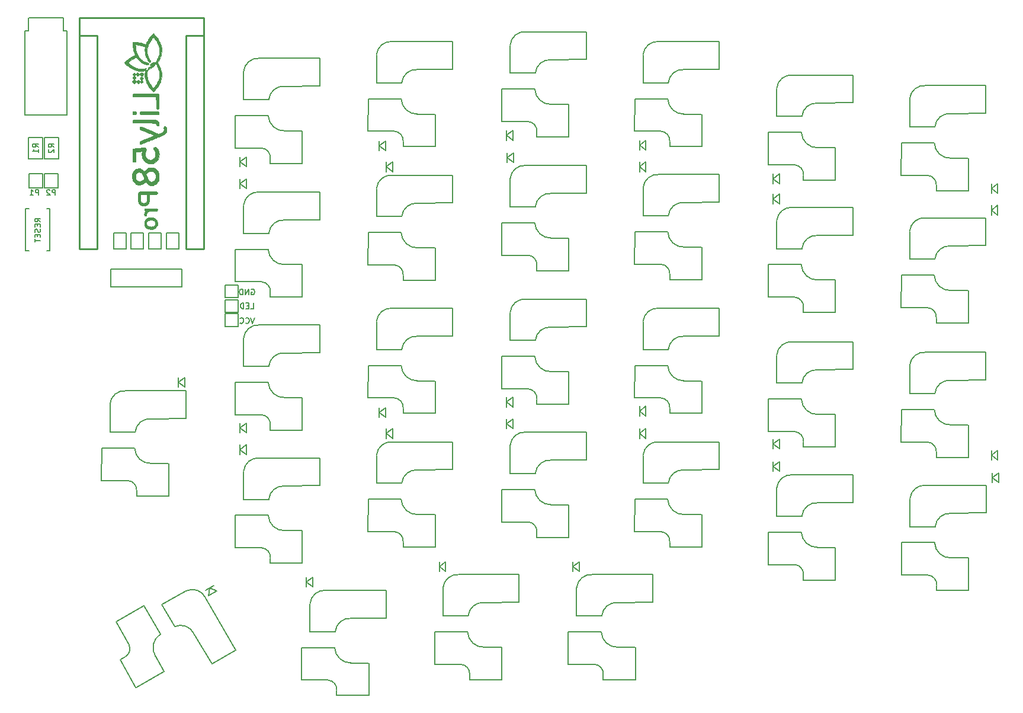
<source format=gbo>
G04 #@! TF.GenerationSoftware,KiCad,Pcbnew,5.1.5-52549c5~84~ubuntu18.04.1*
G04 #@! TF.CreationDate,2019-12-02T09:16:55+01:00*
G04 #@! TF.ProjectId,Lily58_Pro,4c696c79-3538-45f5-9072-6f2e6b696361,rev?*
G04 #@! TF.SameCoordinates,Original*
G04 #@! TF.FileFunction,Legend,Bot*
G04 #@! TF.FilePolarity,Positive*
%FSLAX46Y46*%
G04 Gerber Fmt 4.6, Leading zero omitted, Abs format (unit mm)*
G04 Created by KiCad (PCBNEW 5.1.5-52549c5~84~ubuntu18.04.1) date 2019-12-02 09:16:55*
%MOMM*%
%LPD*%
G04 APERTURE LIST*
%ADD10C,0.150000*%
%ADD11C,0.010000*%
%ADD12C,0.250000*%
G04 APERTURE END LIST*
D10*
X88650000Y-39300000D02*
X88650000Y-37400000D01*
X89150000Y-39300000D02*
X88650000Y-39300000D01*
X83700000Y-37400000D02*
X88650000Y-37400000D01*
X83650000Y-39300000D02*
X83650000Y-37400000D01*
X83150000Y-51300000D02*
X83150000Y-39300000D01*
X89150000Y-51300000D02*
X83150000Y-51300000D01*
X89150000Y-39300000D02*
X89150000Y-51300000D01*
X83150000Y-39300000D02*
X83650000Y-39300000D01*
X113600000Y-75600000D02*
X113600000Y-77400000D01*
X111800000Y-75600000D02*
X113600000Y-75600000D01*
X111800000Y-77400000D02*
X111800000Y-75600000D01*
X113600000Y-77400000D02*
X111800000Y-77400000D01*
X113600000Y-79700000D02*
X113600000Y-81500000D01*
X111800000Y-79700000D02*
X113600000Y-79700000D01*
X111800000Y-81500000D02*
X111800000Y-79700000D01*
X113600000Y-81500000D02*
X111800000Y-81500000D01*
X113600000Y-77700000D02*
X113600000Y-79500000D01*
X111800000Y-77700000D02*
X113600000Y-77700000D01*
X111800000Y-79500000D02*
X111800000Y-77700000D01*
X113600000Y-79500000D02*
X111800000Y-79500000D01*
D11*
G36*
X98576767Y-45508607D02*
G01*
X98610791Y-45548838D01*
X98656274Y-45596116D01*
X98704034Y-45641340D01*
X98744886Y-45675409D01*
X98769648Y-45689223D01*
X98769945Y-45689231D01*
X98792385Y-45676144D01*
X98831598Y-45642897D01*
X98878455Y-45598511D01*
X98923829Y-45552007D01*
X98958592Y-45512404D01*
X98973616Y-45488725D01*
X98973693Y-45487872D01*
X98960902Y-45467838D01*
X98927251Y-45428685D01*
X98879818Y-45378613D01*
X98876184Y-45374930D01*
X98816411Y-45320015D01*
X98773382Y-45292230D01*
X98754069Y-45290808D01*
X98719442Y-45316772D01*
X98674205Y-45357699D01*
X98627444Y-45404354D01*
X98588248Y-45447507D01*
X98565705Y-45477925D01*
X98563385Y-45484523D01*
X98576767Y-45508607D01*
G37*
X98576767Y-45508607D02*
X98610791Y-45548838D01*
X98656274Y-45596116D01*
X98704034Y-45641340D01*
X98744886Y-45675409D01*
X98769648Y-45689223D01*
X98769945Y-45689231D01*
X98792385Y-45676144D01*
X98831598Y-45642897D01*
X98878455Y-45598511D01*
X98923829Y-45552007D01*
X98958592Y-45512404D01*
X98973616Y-45488725D01*
X98973693Y-45487872D01*
X98960902Y-45467838D01*
X98927251Y-45428685D01*
X98879818Y-45378613D01*
X98876184Y-45374930D01*
X98816411Y-45320015D01*
X98773382Y-45292230D01*
X98754069Y-45290808D01*
X98719442Y-45316772D01*
X98674205Y-45357699D01*
X98627444Y-45404354D01*
X98588248Y-45447507D01*
X98565705Y-45477925D01*
X98563385Y-45484523D01*
X98576767Y-45508607D01*
G36*
X98539806Y-45982373D02*
G01*
X98581446Y-46031594D01*
X98646611Y-46098875D01*
X98707163Y-46157320D01*
X98778758Y-46224870D01*
X98895764Y-46109085D01*
X98954939Y-46045648D01*
X98995350Y-45992268D01*
X99011668Y-45956084D01*
X99011768Y-45953611D01*
X98997338Y-45920896D01*
X98960046Y-45872788D01*
X98907229Y-45818694D01*
X98904707Y-45816364D01*
X98850200Y-45767810D01*
X98805304Y-45730688D01*
X98778929Y-45712329D01*
X98777586Y-45711785D01*
X98755808Y-45721646D01*
X98715855Y-45752742D01*
X98665773Y-45797337D01*
X98613610Y-45847693D01*
X98567410Y-45896074D01*
X98535223Y-45934743D01*
X98524881Y-45954758D01*
X98539806Y-45982373D01*
G37*
X98539806Y-45982373D02*
X98581446Y-46031594D01*
X98646611Y-46098875D01*
X98707163Y-46157320D01*
X98778758Y-46224870D01*
X98895764Y-46109085D01*
X98954939Y-46045648D01*
X98995350Y-45992268D01*
X99011668Y-45956084D01*
X99011768Y-45953611D01*
X98997338Y-45920896D01*
X98960046Y-45872788D01*
X98907229Y-45818694D01*
X98904707Y-45816364D01*
X98850200Y-45767810D01*
X98805304Y-45730688D01*
X98778929Y-45712329D01*
X98777586Y-45711785D01*
X98755808Y-45721646D01*
X98715855Y-45752742D01*
X98665773Y-45797337D01*
X98613610Y-45847693D01*
X98567410Y-45896074D01*
X98535223Y-45934743D01*
X98524881Y-45954758D01*
X98539806Y-45982373D01*
G36*
X98528387Y-51110807D02*
G01*
X98544482Y-51175708D01*
X98578376Y-51216026D01*
X98635857Y-51238757D01*
X98719693Y-51250627D01*
X98809396Y-51253425D01*
X98892986Y-51246971D01*
X98928964Y-51239831D01*
X98983472Y-51220569D01*
X99013044Y-51193037D01*
X99031432Y-51144800D01*
X99049875Y-51023749D01*
X99037192Y-50912860D01*
X99023202Y-50872961D01*
X98994843Y-50830947D01*
X98949375Y-50804159D01*
X98880738Y-50790930D01*
X98782869Y-50789588D01*
X98730163Y-50792259D01*
X98638171Y-50802725D01*
X98578047Y-50824746D01*
X98543341Y-50865281D01*
X98527598Y-50931291D01*
X98524308Y-51014325D01*
X98528387Y-51110807D01*
G37*
X98528387Y-51110807D02*
X98544482Y-51175708D01*
X98578376Y-51216026D01*
X98635857Y-51238757D01*
X98719693Y-51250627D01*
X98809396Y-51253425D01*
X98892986Y-51246971D01*
X98928964Y-51239831D01*
X98983472Y-51220569D01*
X99013044Y-51193037D01*
X99031432Y-51144800D01*
X99049875Y-51023749D01*
X99037192Y-50912860D01*
X99023202Y-50872961D01*
X98994843Y-50830947D01*
X98949375Y-50804159D01*
X98880738Y-50790930D01*
X98782869Y-50789588D01*
X98730163Y-50792259D01*
X98638171Y-50802725D01*
X98578047Y-50824746D01*
X98543341Y-50865281D01*
X98527598Y-50931291D01*
X98524308Y-51014325D01*
X98528387Y-51110807D01*
G36*
X98498942Y-46559428D02*
G01*
X98534882Y-46605959D01*
X98585267Y-46661833D01*
X98642310Y-46719232D01*
X98698226Y-46770342D01*
X98745230Y-46807344D01*
X98775534Y-46822423D01*
X98776480Y-46822461D01*
X98803082Y-46809136D01*
X98847726Y-46774184D01*
X98902676Y-46725139D01*
X98960194Y-46669537D01*
X99012543Y-46614912D01*
X99051985Y-46568799D01*
X99070783Y-46538733D01*
X99071385Y-46535275D01*
X99058397Y-46512613D01*
X99023428Y-46469710D01*
X98972469Y-46413613D01*
X98934755Y-46374573D01*
X98874758Y-46315932D01*
X98823486Y-46269630D01*
X98787865Y-46241721D01*
X98776548Y-46236308D01*
X98750303Y-46249892D01*
X98706294Y-46285534D01*
X98652125Y-46335568D01*
X98595397Y-46392327D01*
X98543713Y-46448144D01*
X98504677Y-46495354D01*
X98485892Y-46526290D01*
X98485231Y-46530057D01*
X98498942Y-46559428D01*
G37*
X98498942Y-46559428D02*
X98534882Y-46605959D01*
X98585267Y-46661833D01*
X98642310Y-46719232D01*
X98698226Y-46770342D01*
X98745230Y-46807344D01*
X98775534Y-46822423D01*
X98776480Y-46822461D01*
X98803082Y-46809136D01*
X98847726Y-46774184D01*
X98902676Y-46725139D01*
X98960194Y-46669537D01*
X99012543Y-46614912D01*
X99051985Y-46568799D01*
X99070783Y-46538733D01*
X99071385Y-46535275D01*
X99058397Y-46512613D01*
X99023428Y-46469710D01*
X98972469Y-46413613D01*
X98934755Y-46374573D01*
X98874758Y-46315932D01*
X98823486Y-46269630D01*
X98787865Y-46241721D01*
X98776548Y-46236308D01*
X98750303Y-46249892D01*
X98706294Y-46285534D01*
X98652125Y-46335568D01*
X98595397Y-46392327D01*
X98543713Y-46448144D01*
X98504677Y-46495354D01*
X98485892Y-46526290D01*
X98485231Y-46530057D01*
X98498942Y-46559428D01*
G36*
X99026382Y-45515220D02*
G01*
X99061467Y-45563061D01*
X99109402Y-45617219D01*
X99161560Y-45668709D01*
X99209316Y-45708543D01*
X99244045Y-45727736D01*
X99248516Y-45728308D01*
X99274214Y-45715202D01*
X99317133Y-45681269D01*
X99368935Y-45634581D01*
X99421281Y-45583212D01*
X99465834Y-45535237D01*
X99494253Y-45498729D01*
X99500117Y-45484688D01*
X99486401Y-45462595D01*
X99450903Y-45421558D01*
X99400424Y-45369275D01*
X99383010Y-45352192D01*
X99327235Y-45300323D01*
X99280857Y-45261130D01*
X99251739Y-45241130D01*
X99247464Y-45239846D01*
X99218189Y-45253826D01*
X99173602Y-45289844D01*
X99122286Y-45339021D01*
X99072824Y-45392474D01*
X99033800Y-45441323D01*
X99013796Y-45476687D01*
X99012770Y-45482684D01*
X99026382Y-45515220D01*
G37*
X99026382Y-45515220D02*
X99061467Y-45563061D01*
X99109402Y-45617219D01*
X99161560Y-45668709D01*
X99209316Y-45708543D01*
X99244045Y-45727736D01*
X99248516Y-45728308D01*
X99274214Y-45715202D01*
X99317133Y-45681269D01*
X99368935Y-45634581D01*
X99421281Y-45583212D01*
X99465834Y-45535237D01*
X99494253Y-45498729D01*
X99500117Y-45484688D01*
X99486401Y-45462595D01*
X99450903Y-45421558D01*
X99400424Y-45369275D01*
X99383010Y-45352192D01*
X99327235Y-45300323D01*
X99280857Y-45261130D01*
X99251739Y-45241130D01*
X99247464Y-45239846D01*
X99218189Y-45253826D01*
X99173602Y-45289844D01*
X99122286Y-45339021D01*
X99072824Y-45392474D01*
X99033800Y-45441323D01*
X99013796Y-45476687D01*
X99012770Y-45482684D01*
X99026382Y-45515220D01*
G36*
X99123655Y-46555677D02*
G01*
X99157818Y-46599243D01*
X99204824Y-46651652D01*
X99256547Y-46704476D01*
X99304860Y-46749286D01*
X99341638Y-46777655D01*
X99355259Y-46783291D01*
X99376923Y-46769890D01*
X99416278Y-46735266D01*
X99465321Y-46687638D01*
X99516048Y-46635226D01*
X99560456Y-46586250D01*
X99590543Y-46548928D01*
X99598924Y-46533043D01*
X99586064Y-46512472D01*
X99551744Y-46471867D01*
X99502347Y-46418609D01*
X99480268Y-46395894D01*
X99425433Y-46341590D01*
X99380827Y-46299994D01*
X99353476Y-46277553D01*
X99348950Y-46275384D01*
X99325749Y-46289091D01*
X99285744Y-46324566D01*
X99236885Y-46373343D01*
X99187122Y-46426953D01*
X99144406Y-46476929D01*
X99116688Y-46514804D01*
X99110462Y-46529384D01*
X99123655Y-46555677D01*
G37*
X99123655Y-46555677D02*
X99157818Y-46599243D01*
X99204824Y-46651652D01*
X99256547Y-46704476D01*
X99304860Y-46749286D01*
X99341638Y-46777655D01*
X99355259Y-46783291D01*
X99376923Y-46769890D01*
X99416278Y-46735266D01*
X99465321Y-46687638D01*
X99516048Y-46635226D01*
X99560456Y-46586250D01*
X99590543Y-46548928D01*
X99598924Y-46533043D01*
X99586064Y-46512472D01*
X99551744Y-46471867D01*
X99502347Y-46418609D01*
X99480268Y-46395894D01*
X99425433Y-46341590D01*
X99380827Y-46299994D01*
X99353476Y-46277553D01*
X99348950Y-46275384D01*
X99325749Y-46289091D01*
X99285744Y-46324566D01*
X99236885Y-46373343D01*
X99187122Y-46426953D01*
X99144406Y-46476929D01*
X99116688Y-46514804D01*
X99110462Y-46529384D01*
X99123655Y-46555677D01*
G36*
X99652093Y-46566022D02*
G01*
X99687572Y-46612554D01*
X99734237Y-46661175D01*
X99781889Y-46701561D01*
X99820328Y-46723385D01*
X99828516Y-46724769D01*
X99861273Y-46711025D01*
X99907253Y-46676289D01*
X99956461Y-46630309D01*
X99998905Y-46582830D01*
X100024589Y-46543599D01*
X100028026Y-46530201D01*
X100014313Y-46501407D01*
X99979480Y-46457303D01*
X99940779Y-46417038D01*
X99891222Y-46373041D01*
X99850186Y-46342936D01*
X99829917Y-46334000D01*
X99799847Y-46348047D01*
X99756290Y-46383503D01*
X99708968Y-46430343D01*
X99667606Y-46478537D01*
X99641928Y-46518061D01*
X99638000Y-46531905D01*
X99652093Y-46566022D01*
G37*
X99652093Y-46566022D02*
X99687572Y-46612554D01*
X99734237Y-46661175D01*
X99781889Y-46701561D01*
X99820328Y-46723385D01*
X99828516Y-46724769D01*
X99861273Y-46711025D01*
X99907253Y-46676289D01*
X99956461Y-46630309D01*
X99998905Y-46582830D01*
X100024589Y-46543599D01*
X100028026Y-46530201D01*
X100014313Y-46501407D01*
X99979480Y-46457303D01*
X99940779Y-46417038D01*
X99891222Y-46373041D01*
X99850186Y-46342936D01*
X99829917Y-46334000D01*
X99799847Y-46348047D01*
X99756290Y-46383503D01*
X99708968Y-46430343D01*
X99667606Y-46478537D01*
X99641928Y-46518061D01*
X99638000Y-46531905D01*
X99652093Y-46566022D01*
G36*
X99592244Y-46082702D02*
G01*
X99625549Y-46125704D01*
X99671395Y-46178143D01*
X99721874Y-46231558D01*
X99769081Y-46277491D01*
X99805108Y-46307483D01*
X99819462Y-46314461D01*
X99843712Y-46300895D01*
X99884931Y-46265731D01*
X99935107Y-46217268D01*
X99986227Y-46163806D01*
X100030279Y-46113645D01*
X100059251Y-46075084D01*
X100066265Y-46058805D01*
X100052218Y-46031653D01*
X100017131Y-45988123D01*
X99973457Y-45942505D01*
X99906025Y-45877023D01*
X99859094Y-45836623D01*
X99823945Y-45820442D01*
X99791862Y-45827615D01*
X99754126Y-45857276D01*
X99702019Y-45908562D01*
X99695582Y-45914946D01*
X99642060Y-45971040D01*
X99601563Y-46019441D01*
X99580780Y-46051940D01*
X99579385Y-46057595D01*
X99592244Y-46082702D01*
G37*
X99592244Y-46082702D02*
X99625549Y-46125704D01*
X99671395Y-46178143D01*
X99721874Y-46231558D01*
X99769081Y-46277491D01*
X99805108Y-46307483D01*
X99819462Y-46314461D01*
X99843712Y-46300895D01*
X99884931Y-46265731D01*
X99935107Y-46217268D01*
X99986227Y-46163806D01*
X100030279Y-46113645D01*
X100059251Y-46075084D01*
X100066265Y-46058805D01*
X100052218Y-46031653D01*
X100017131Y-45988123D01*
X99973457Y-45942505D01*
X99906025Y-45877023D01*
X99859094Y-45836623D01*
X99823945Y-45820442D01*
X99791862Y-45827615D01*
X99754126Y-45857276D01*
X99702019Y-45908562D01*
X99695582Y-45914946D01*
X99642060Y-45971040D01*
X99601563Y-46019441D01*
X99580780Y-46051940D01*
X99579385Y-46057595D01*
X99592244Y-46082702D01*
G36*
X99534848Y-45513585D02*
G01*
X99571774Y-45557592D01*
X99623587Y-45610797D01*
X99682323Y-45665780D01*
X99740021Y-45715124D01*
X99788717Y-45751408D01*
X99820451Y-45767214D01*
X99822552Y-45767384D01*
X99855704Y-45753521D01*
X99904952Y-45717303D01*
X99962102Y-45666787D01*
X100018960Y-45610029D01*
X100067333Y-45555085D01*
X100099026Y-45510013D01*
X100106924Y-45487771D01*
X100093969Y-45459034D01*
X100059343Y-45411425D01*
X100009401Y-45353304D01*
X99984808Y-45327171D01*
X99921537Y-45266279D01*
X99867342Y-45222634D01*
X99829372Y-45201818D01*
X99823092Y-45200835D01*
X99794503Y-45213994D01*
X99747962Y-45248581D01*
X99691333Y-45297172D01*
X99632478Y-45352346D01*
X99579262Y-45406680D01*
X99539548Y-45452753D01*
X99521199Y-45483142D01*
X99520770Y-45486195D01*
X99534848Y-45513585D01*
G37*
X99534848Y-45513585D02*
X99571774Y-45557592D01*
X99623587Y-45610797D01*
X99682323Y-45665780D01*
X99740021Y-45715124D01*
X99788717Y-45751408D01*
X99820451Y-45767214D01*
X99822552Y-45767384D01*
X99855704Y-45753521D01*
X99904952Y-45717303D01*
X99962102Y-45666787D01*
X100018960Y-45610029D01*
X100067333Y-45555085D01*
X100099026Y-45510013D01*
X100106924Y-45487771D01*
X100093969Y-45459034D01*
X100059343Y-45411425D01*
X100009401Y-45353304D01*
X99984808Y-45327171D01*
X99921537Y-45266279D01*
X99867342Y-45222634D01*
X99829372Y-45201818D01*
X99823092Y-45200835D01*
X99794503Y-45213994D01*
X99747962Y-45248581D01*
X99691333Y-45297172D01*
X99632478Y-45352346D01*
X99579262Y-45406680D01*
X99539548Y-45452753D01*
X99521199Y-45483142D01*
X99520770Y-45486195D01*
X99534848Y-45513585D01*
G36*
X100208473Y-65604373D02*
G01*
X100223267Y-65650577D01*
X100252574Y-65687734D01*
X100316986Y-65727938D01*
X100392151Y-65730620D01*
X100459303Y-65706029D01*
X100489624Y-65687475D01*
X100510439Y-65663673D01*
X100524682Y-65626486D01*
X100535291Y-65567774D01*
X100545201Y-65479398D01*
X100546759Y-65463594D01*
X100570422Y-65336109D01*
X100615790Y-65236298D01*
X100686541Y-65157164D01*
X100722044Y-65130234D01*
X100773841Y-65095977D01*
X100821785Y-65069100D01*
X100871461Y-65048711D01*
X100928453Y-65033922D01*
X100998348Y-65023841D01*
X101086729Y-65017578D01*
X101199182Y-65014242D01*
X101341293Y-65012943D01*
X101458818Y-65012769D01*
X101619231Y-65012398D01*
X101745353Y-65010875D01*
X101841967Y-65007589D01*
X101913853Y-65001925D01*
X101965796Y-64993271D01*
X102002576Y-64981013D01*
X102028977Y-64964539D01*
X102049780Y-64943236D01*
X102055264Y-64936308D01*
X102069793Y-64896891D01*
X102077297Y-64836582D01*
X102076775Y-64773099D01*
X102067231Y-64724166D01*
X102043955Y-64698298D01*
X102001864Y-64670697D01*
X102001359Y-64670435D01*
X101981608Y-64663055D01*
X101951232Y-64657002D01*
X101906652Y-64652153D01*
X101844288Y-64648387D01*
X101760561Y-64645582D01*
X101651891Y-64643617D01*
X101514700Y-64642369D01*
X101345408Y-64641717D01*
X101151917Y-64641538D01*
X100947912Y-64641665D01*
X100779305Y-64642252D01*
X100642419Y-64643612D01*
X100533575Y-64646056D01*
X100449096Y-64649896D01*
X100385304Y-64655442D01*
X100338520Y-64663008D01*
X100305067Y-64672903D01*
X100281266Y-64685440D01*
X100263440Y-64700930D01*
X100249199Y-64717999D01*
X100232704Y-64760900D01*
X100225182Y-64823673D01*
X100227787Y-64887904D01*
X100236291Y-64923971D01*
X100267443Y-64960642D01*
X100322646Y-64991995D01*
X100386931Y-65010568D01*
X100414408Y-65012769D01*
X100441346Y-65013815D01*
X100451152Y-65020893D01*
X100441245Y-65039912D01*
X100409046Y-65076780D01*
X100366866Y-65121655D01*
X100280356Y-65232925D01*
X100227972Y-65351469D01*
X100205901Y-65487008D01*
X100204616Y-65534973D01*
X100208473Y-65604373D01*
G37*
X100208473Y-65604373D02*
X100223267Y-65650577D01*
X100252574Y-65687734D01*
X100316986Y-65727938D01*
X100392151Y-65730620D01*
X100459303Y-65706029D01*
X100489624Y-65687475D01*
X100510439Y-65663673D01*
X100524682Y-65626486D01*
X100535291Y-65567774D01*
X100545201Y-65479398D01*
X100546759Y-65463594D01*
X100570422Y-65336109D01*
X100615790Y-65236298D01*
X100686541Y-65157164D01*
X100722044Y-65130234D01*
X100773841Y-65095977D01*
X100821785Y-65069100D01*
X100871461Y-65048711D01*
X100928453Y-65033922D01*
X100998348Y-65023841D01*
X101086729Y-65017578D01*
X101199182Y-65014242D01*
X101341293Y-65012943D01*
X101458818Y-65012769D01*
X101619231Y-65012398D01*
X101745353Y-65010875D01*
X101841967Y-65007589D01*
X101913853Y-65001925D01*
X101965796Y-64993271D01*
X102002576Y-64981013D01*
X102028977Y-64964539D01*
X102049780Y-64943236D01*
X102055264Y-64936308D01*
X102069793Y-64896891D01*
X102077297Y-64836582D01*
X102076775Y-64773099D01*
X102067231Y-64724166D01*
X102043955Y-64698298D01*
X102001864Y-64670697D01*
X102001359Y-64670435D01*
X101981608Y-64663055D01*
X101951232Y-64657002D01*
X101906652Y-64652153D01*
X101844288Y-64648387D01*
X101760561Y-64645582D01*
X101651891Y-64643617D01*
X101514700Y-64642369D01*
X101345408Y-64641717D01*
X101151917Y-64641538D01*
X100947912Y-64641665D01*
X100779305Y-64642252D01*
X100642419Y-64643612D01*
X100533575Y-64646056D01*
X100449096Y-64649896D01*
X100385304Y-64655442D01*
X100338520Y-64663008D01*
X100305067Y-64672903D01*
X100281266Y-64685440D01*
X100263440Y-64700930D01*
X100249199Y-64717999D01*
X100232704Y-64760900D01*
X100225182Y-64823673D01*
X100227787Y-64887904D01*
X100236291Y-64923971D01*
X100267443Y-64960642D01*
X100322646Y-64991995D01*
X100386931Y-65010568D01*
X100414408Y-65012769D01*
X100441346Y-65013815D01*
X100451152Y-65020893D01*
X100441245Y-65039912D01*
X100409046Y-65076780D01*
X100366866Y-65121655D01*
X100280356Y-65232925D01*
X100227972Y-65351469D01*
X100205901Y-65487008D01*
X100204616Y-65534973D01*
X100208473Y-65604373D01*
G36*
X99335136Y-63124125D02*
G01*
X99337570Y-63264985D01*
X99341262Y-63396700D01*
X99346145Y-63512459D01*
X99352155Y-63605448D01*
X99359224Y-63668854D01*
X99362270Y-63684154D01*
X99415154Y-63837943D01*
X99489907Y-63974804D01*
X99580977Y-64084719D01*
X99587923Y-64091240D01*
X99714685Y-64182698D01*
X99859972Y-64244850D01*
X100016901Y-64277944D01*
X100178590Y-64282224D01*
X100338154Y-64257936D01*
X100488712Y-64205327D01*
X100623379Y-64124642D01*
X100704722Y-64051358D01*
X100765130Y-63981121D01*
X100813912Y-63909457D01*
X100852224Y-63831305D01*
X100881225Y-63741606D01*
X100902071Y-63635303D01*
X100915920Y-63507335D01*
X100923930Y-63352643D01*
X100927259Y-63166169D01*
X100927539Y-63077500D01*
X100927539Y-62609538D01*
X101984392Y-62609538D01*
X102032350Y-62561580D01*
X102071126Y-62497421D01*
X102082529Y-62418855D01*
X102066521Y-62339400D01*
X102033162Y-62283359D01*
X101986016Y-62228538D01*
X100846660Y-62223187D01*
X100570100Y-62222204D01*
X100331116Y-62222046D01*
X100155044Y-62222643D01*
X100155044Y-62609538D01*
X100595385Y-62609538D01*
X100595385Y-63061541D01*
X100594145Y-63246846D01*
X100590438Y-63394521D01*
X100584281Y-63504162D01*
X100575692Y-63575367D01*
X100571496Y-63593276D01*
X100532289Y-63674442D01*
X100469275Y-63752994D01*
X100393668Y-63817498D01*
X100316677Y-63856519D01*
X100312077Y-63857850D01*
X100185195Y-63879337D01*
X100057989Y-63877034D01*
X99939806Y-63852668D01*
X99839996Y-63807964D01*
X99780587Y-63759734D01*
X99746695Y-63719734D01*
X99720250Y-63678650D01*
X99700237Y-63630996D01*
X99685640Y-63571286D01*
X99675442Y-63494035D01*
X99668627Y-63393757D01*
X99664181Y-63264965D01*
X99661292Y-63115615D01*
X99659319Y-62971157D01*
X99658667Y-62860748D01*
X99659604Y-62779375D01*
X99662398Y-62722024D01*
X99667320Y-62683681D01*
X99674636Y-62659334D01*
X99684615Y-62643968D01*
X99686677Y-62641807D01*
X99701534Y-62631195D01*
X99725412Y-62623155D01*
X99763309Y-62617344D01*
X99820222Y-62613420D01*
X99901151Y-62611039D01*
X100011092Y-62609860D01*
X100155044Y-62609538D01*
X100155044Y-62222643D01*
X100128217Y-62222734D01*
X99959910Y-62224289D01*
X99824702Y-62226731D01*
X99721102Y-62230080D01*
X99647617Y-62234357D01*
X99602755Y-62239582D01*
X99599437Y-62240229D01*
X99496253Y-62278410D01*
X99415389Y-62342616D01*
X99362894Y-62427302D01*
X99350588Y-62468449D01*
X99344106Y-62521108D01*
X99339275Y-62605498D01*
X99336027Y-62714808D01*
X99334298Y-62842224D01*
X99334023Y-62980934D01*
X99335136Y-63124125D01*
G37*
X99335136Y-63124125D02*
X99337570Y-63264985D01*
X99341262Y-63396700D01*
X99346145Y-63512459D01*
X99352155Y-63605448D01*
X99359224Y-63668854D01*
X99362270Y-63684154D01*
X99415154Y-63837943D01*
X99489907Y-63974804D01*
X99580977Y-64084719D01*
X99587923Y-64091240D01*
X99714685Y-64182698D01*
X99859972Y-64244850D01*
X100016901Y-64277944D01*
X100178590Y-64282224D01*
X100338154Y-64257936D01*
X100488712Y-64205327D01*
X100623379Y-64124642D01*
X100704722Y-64051358D01*
X100765130Y-63981121D01*
X100813912Y-63909457D01*
X100852224Y-63831305D01*
X100881225Y-63741606D01*
X100902071Y-63635303D01*
X100915920Y-63507335D01*
X100923930Y-63352643D01*
X100927259Y-63166169D01*
X100927539Y-63077500D01*
X100927539Y-62609538D01*
X101984392Y-62609538D01*
X102032350Y-62561580D01*
X102071126Y-62497421D01*
X102082529Y-62418855D01*
X102066521Y-62339400D01*
X102033162Y-62283359D01*
X101986016Y-62228538D01*
X100846660Y-62223187D01*
X100570100Y-62222204D01*
X100331116Y-62222046D01*
X100155044Y-62222643D01*
X100155044Y-62609538D01*
X100595385Y-62609538D01*
X100595385Y-63061541D01*
X100594145Y-63246846D01*
X100590438Y-63394521D01*
X100584281Y-63504162D01*
X100575692Y-63575367D01*
X100571496Y-63593276D01*
X100532289Y-63674442D01*
X100469275Y-63752994D01*
X100393668Y-63817498D01*
X100316677Y-63856519D01*
X100312077Y-63857850D01*
X100185195Y-63879337D01*
X100057989Y-63877034D01*
X99939806Y-63852668D01*
X99839996Y-63807964D01*
X99780587Y-63759734D01*
X99746695Y-63719734D01*
X99720250Y-63678650D01*
X99700237Y-63630996D01*
X99685640Y-63571286D01*
X99675442Y-63494035D01*
X99668627Y-63393757D01*
X99664181Y-63264965D01*
X99661292Y-63115615D01*
X99659319Y-62971157D01*
X99658667Y-62860748D01*
X99659604Y-62779375D01*
X99662398Y-62722024D01*
X99667320Y-62683681D01*
X99674636Y-62659334D01*
X99684615Y-62643968D01*
X99686677Y-62641807D01*
X99701534Y-62631195D01*
X99725412Y-62623155D01*
X99763309Y-62617344D01*
X99820222Y-62613420D01*
X99901151Y-62611039D01*
X100011092Y-62609860D01*
X100155044Y-62609538D01*
X100155044Y-62222643D01*
X100128217Y-62222734D01*
X99959910Y-62224289D01*
X99824702Y-62226731D01*
X99721102Y-62230080D01*
X99647617Y-62234357D01*
X99602755Y-62239582D01*
X99599437Y-62240229D01*
X99496253Y-62278410D01*
X99415389Y-62342616D01*
X99362894Y-62427302D01*
X99350588Y-62468449D01*
X99344106Y-62521108D01*
X99339275Y-62605498D01*
X99336027Y-62714808D01*
X99334298Y-62842224D01*
X99334023Y-62980934D01*
X99335136Y-63124125D01*
G36*
X100231875Y-67005656D02*
G01*
X100276012Y-67138936D01*
X100346438Y-67256604D01*
X100427598Y-67349018D01*
X100560075Y-67460302D01*
X100705554Y-67540754D01*
X100869023Y-67592210D01*
X101055471Y-67616504D01*
X101162000Y-67619019D01*
X101372761Y-67602775D01*
X101560273Y-67557377D01*
X101695976Y-67498335D01*
X101794217Y-67430337D01*
X101890321Y-67338179D01*
X101973617Y-67233871D01*
X102033438Y-67129422D01*
X102041886Y-67108945D01*
X102072773Y-66995681D01*
X102090379Y-66862114D01*
X102093935Y-66723986D01*
X102082673Y-66597036D01*
X102069763Y-66537243D01*
X102006072Y-66379886D01*
X101910085Y-66242493D01*
X101784358Y-66127358D01*
X101631448Y-66036773D01*
X101453911Y-65973032D01*
X101435539Y-65968378D01*
X101334480Y-65951907D01*
X101211057Y-65943914D01*
X101152231Y-65944127D01*
X101152231Y-66302308D01*
X101330447Y-66314438D01*
X101483759Y-66350141D01*
X101609902Y-66408382D01*
X101706612Y-66488128D01*
X101769787Y-66584233D01*
X101796515Y-66676603D01*
X101805481Y-66785248D01*
X101796365Y-66891975D01*
X101776425Y-66962358D01*
X101712815Y-67069361D01*
X101621079Y-67152063D01*
X101500399Y-67210810D01*
X101349954Y-67245947D01*
X101168925Y-67257821D01*
X101081005Y-67255839D01*
X100927193Y-67241377D01*
X100803489Y-67211985D01*
X100703038Y-67165420D01*
X100627114Y-67107221D01*
X100553616Y-67013107D01*
X100509887Y-66902103D01*
X100495942Y-66782650D01*
X100511794Y-66663187D01*
X100557459Y-66552157D01*
X100626031Y-66464502D01*
X100727221Y-66389476D01*
X100851892Y-66338183D01*
X101003440Y-66309575D01*
X101152231Y-66302308D01*
X101152231Y-65944127D01*
X101080753Y-65944388D01*
X100959050Y-65953319D01*
X100868924Y-65968762D01*
X100687679Y-66031247D01*
X100532528Y-66120952D01*
X100405348Y-66235378D01*
X100308012Y-66372025D01*
X100242396Y-66528393D01*
X100210376Y-66701983D01*
X100209893Y-66847233D01*
X100231875Y-67005656D01*
G37*
X100231875Y-67005656D02*
X100276012Y-67138936D01*
X100346438Y-67256604D01*
X100427598Y-67349018D01*
X100560075Y-67460302D01*
X100705554Y-67540754D01*
X100869023Y-67592210D01*
X101055471Y-67616504D01*
X101162000Y-67619019D01*
X101372761Y-67602775D01*
X101560273Y-67557377D01*
X101695976Y-67498335D01*
X101794217Y-67430337D01*
X101890321Y-67338179D01*
X101973617Y-67233871D01*
X102033438Y-67129422D01*
X102041886Y-67108945D01*
X102072773Y-66995681D01*
X102090379Y-66862114D01*
X102093935Y-66723986D01*
X102082673Y-66597036D01*
X102069763Y-66537243D01*
X102006072Y-66379886D01*
X101910085Y-66242493D01*
X101784358Y-66127358D01*
X101631448Y-66036773D01*
X101453911Y-65973032D01*
X101435539Y-65968378D01*
X101334480Y-65951907D01*
X101211057Y-65943914D01*
X101152231Y-65944127D01*
X101152231Y-66302308D01*
X101330447Y-66314438D01*
X101483759Y-66350141D01*
X101609902Y-66408382D01*
X101706612Y-66488128D01*
X101769787Y-66584233D01*
X101796515Y-66676603D01*
X101805481Y-66785248D01*
X101796365Y-66891975D01*
X101776425Y-66962358D01*
X101712815Y-67069361D01*
X101621079Y-67152063D01*
X101500399Y-67210810D01*
X101349954Y-67245947D01*
X101168925Y-67257821D01*
X101081005Y-67255839D01*
X100927193Y-67241377D01*
X100803489Y-67211985D01*
X100703038Y-67165420D01*
X100627114Y-67107221D01*
X100553616Y-67013107D01*
X100509887Y-66902103D01*
X100495942Y-66782650D01*
X100511794Y-66663187D01*
X100557459Y-66552157D01*
X100626031Y-66464502D01*
X100727221Y-66389476D01*
X100851892Y-66338183D01*
X101003440Y-66309575D01*
X101152231Y-66302308D01*
X101152231Y-65944127D01*
X101080753Y-65944388D01*
X100959050Y-65953319D01*
X100868924Y-65968762D01*
X100687679Y-66031247D01*
X100532528Y-66120952D01*
X100405348Y-66235378D01*
X100308012Y-66372025D01*
X100242396Y-66528393D01*
X100210376Y-66701983D01*
X100209893Y-66847233D01*
X100231875Y-67005656D01*
G36*
X99580616Y-51089770D02*
G01*
X99586370Y-51137207D01*
X99599737Y-51167613D01*
X99623808Y-51191995D01*
X99630866Y-51197659D01*
X99641921Y-51205798D01*
X99654780Y-51212766D01*
X99672377Y-51218654D01*
X99697643Y-51223554D01*
X99733510Y-51227555D01*
X99782910Y-51230749D01*
X99848776Y-51233228D01*
X99934040Y-51235080D01*
X100041633Y-51236399D01*
X100174488Y-51237273D01*
X100335536Y-51237795D01*
X100527711Y-51238055D01*
X100753944Y-51238144D01*
X100937308Y-51238154D01*
X101189565Y-51238131D01*
X101405678Y-51238002D01*
X101588577Y-51237675D01*
X101741197Y-51237061D01*
X101866467Y-51236068D01*
X101967321Y-51234605D01*
X102046691Y-51232581D01*
X102107509Y-51229906D01*
X102152707Y-51226488D01*
X102185216Y-51222237D01*
X102207970Y-51217062D01*
X102223900Y-51210871D01*
X102235939Y-51203575D01*
X102243750Y-51197659D01*
X102271250Y-51172286D01*
X102286753Y-51142970D01*
X102293624Y-51098211D01*
X102295229Y-51026512D01*
X102295231Y-51021812D01*
X102292887Y-50943484D01*
X102284199Y-50892969D01*
X102266689Y-50859194D01*
X102256154Y-50847384D01*
X102247459Y-50839574D01*
X102236247Y-50832880D01*
X102219631Y-50827216D01*
X102194729Y-50822497D01*
X102158655Y-50818636D01*
X102108525Y-50815547D01*
X102041454Y-50813144D01*
X101954559Y-50811342D01*
X101844953Y-50810053D01*
X101709754Y-50809192D01*
X101546076Y-50808674D01*
X101351034Y-50808411D01*
X101121745Y-50808318D01*
X100946390Y-50808308D01*
X100689930Y-50808384D01*
X100469692Y-50808659D01*
X100282825Y-50809201D01*
X100126473Y-50810077D01*
X99997783Y-50811357D01*
X99893901Y-50813109D01*
X99811975Y-50815400D01*
X99749149Y-50818300D01*
X99702571Y-50821876D01*
X99669387Y-50826196D01*
X99646743Y-50831330D01*
X99631785Y-50837345D01*
X99627544Y-50839862D01*
X99602454Y-50859855D01*
X99587980Y-50885667D01*
X99581256Y-50927674D01*
X99579418Y-50996254D01*
X99579385Y-51014290D01*
X99580616Y-51089770D01*
G37*
X99580616Y-51089770D02*
X99586370Y-51137207D01*
X99599737Y-51167613D01*
X99623808Y-51191995D01*
X99630866Y-51197659D01*
X99641921Y-51205798D01*
X99654780Y-51212766D01*
X99672377Y-51218654D01*
X99697643Y-51223554D01*
X99733510Y-51227555D01*
X99782910Y-51230749D01*
X99848776Y-51233228D01*
X99934040Y-51235080D01*
X100041633Y-51236399D01*
X100174488Y-51237273D01*
X100335536Y-51237795D01*
X100527711Y-51238055D01*
X100753944Y-51238144D01*
X100937308Y-51238154D01*
X101189565Y-51238131D01*
X101405678Y-51238002D01*
X101588577Y-51237675D01*
X101741197Y-51237061D01*
X101866467Y-51236068D01*
X101967321Y-51234605D01*
X102046691Y-51232581D01*
X102107509Y-51229906D01*
X102152707Y-51226488D01*
X102185216Y-51222237D01*
X102207970Y-51217062D01*
X102223900Y-51210871D01*
X102235939Y-51203575D01*
X102243750Y-51197659D01*
X102271250Y-51172286D01*
X102286753Y-51142970D01*
X102293624Y-51098211D01*
X102295229Y-51026512D01*
X102295231Y-51021812D01*
X102292887Y-50943484D01*
X102284199Y-50892969D01*
X102266689Y-50859194D01*
X102256154Y-50847384D01*
X102247459Y-50839574D01*
X102236247Y-50832880D01*
X102219631Y-50827216D01*
X102194729Y-50822497D01*
X102158655Y-50818636D01*
X102108525Y-50815547D01*
X102041454Y-50813144D01*
X101954559Y-50811342D01*
X101844953Y-50810053D01*
X101709754Y-50809192D01*
X101546076Y-50808674D01*
X101351034Y-50808411D01*
X101121745Y-50808318D01*
X100946390Y-50808308D01*
X100689930Y-50808384D01*
X100469692Y-50808659D01*
X100282825Y-50809201D01*
X100126473Y-50810077D01*
X99997783Y-50811357D01*
X99893901Y-50813109D01*
X99811975Y-50815400D01*
X99749149Y-50818300D01*
X99702571Y-50821876D01*
X99669387Y-50826196D01*
X99646743Y-50831330D01*
X99631785Y-50837345D01*
X99627544Y-50839862D01*
X99602454Y-50859855D01*
X99587980Y-50885667D01*
X99581256Y-50927674D01*
X99579418Y-50996254D01*
X99579385Y-51014290D01*
X99580616Y-51089770D01*
G36*
X98522506Y-48601678D02*
G01*
X98530817Y-48621544D01*
X98547451Y-48638230D01*
X98574786Y-48652033D01*
X98615199Y-48663248D01*
X98671069Y-48672172D01*
X98744774Y-48679101D01*
X98838691Y-48684332D01*
X98955199Y-48688161D01*
X99096675Y-48690885D01*
X99265498Y-48692798D01*
X99464045Y-48694199D01*
X99694695Y-48695383D01*
X99959825Y-48696646D01*
X100239645Y-48698154D01*
X101894693Y-48707923D01*
X101904462Y-49523036D01*
X101906884Y-49733364D01*
X101909134Y-49907943D01*
X101911935Y-50050093D01*
X101916006Y-50163132D01*
X101922069Y-50250378D01*
X101930846Y-50315150D01*
X101943059Y-50360767D01*
X101959427Y-50390547D01*
X101980674Y-50407808D01*
X102007519Y-50415869D01*
X102040684Y-50418049D01*
X102080892Y-50417666D01*
X102098894Y-50417538D01*
X102170960Y-50414593D01*
X102216996Y-50403434D01*
X102249760Y-50380575D01*
X102255393Y-50374777D01*
X102264330Y-50364228D01*
X102271821Y-50351205D01*
X102277991Y-50332399D01*
X102282970Y-50304499D01*
X102286885Y-50264196D01*
X102289864Y-50208180D01*
X102292034Y-50133141D01*
X102293524Y-50035769D01*
X102294461Y-49912754D01*
X102294972Y-49760787D01*
X102295187Y-49576557D01*
X102295231Y-49356754D01*
X102295231Y-48353273D01*
X102250010Y-48310790D01*
X102204790Y-48268308D01*
X98609274Y-48268308D01*
X98566791Y-48313528D01*
X98542291Y-48347441D01*
X98529400Y-48390878D01*
X98525031Y-48456450D01*
X98524930Y-48484490D01*
X98523729Y-48520038D01*
X98521340Y-48551222D01*
X98520139Y-48578336D01*
X98522506Y-48601678D01*
G37*
X98522506Y-48601678D02*
X98530817Y-48621544D01*
X98547451Y-48638230D01*
X98574786Y-48652033D01*
X98615199Y-48663248D01*
X98671069Y-48672172D01*
X98744774Y-48679101D01*
X98838691Y-48684332D01*
X98955199Y-48688161D01*
X99096675Y-48690885D01*
X99265498Y-48692798D01*
X99464045Y-48694199D01*
X99694695Y-48695383D01*
X99959825Y-48696646D01*
X100239645Y-48698154D01*
X101894693Y-48707923D01*
X101904462Y-49523036D01*
X101906884Y-49733364D01*
X101909134Y-49907943D01*
X101911935Y-50050093D01*
X101916006Y-50163132D01*
X101922069Y-50250378D01*
X101930846Y-50315150D01*
X101943059Y-50360767D01*
X101959427Y-50390547D01*
X101980674Y-50407808D01*
X102007519Y-50415869D01*
X102040684Y-50418049D01*
X102080892Y-50417666D01*
X102098894Y-50417538D01*
X102170960Y-50414593D01*
X102216996Y-50403434D01*
X102249760Y-50380575D01*
X102255393Y-50374777D01*
X102264330Y-50364228D01*
X102271821Y-50351205D01*
X102277991Y-50332399D01*
X102282970Y-50304499D01*
X102286885Y-50264196D01*
X102289864Y-50208180D01*
X102292034Y-50133141D01*
X102293524Y-50035769D01*
X102294461Y-49912754D01*
X102294972Y-49760787D01*
X102295187Y-49576557D01*
X102295231Y-49356754D01*
X102295231Y-48353273D01*
X102250010Y-48310790D01*
X102204790Y-48268308D01*
X98609274Y-48268308D01*
X98566791Y-48313528D01*
X98542291Y-48347441D01*
X98529400Y-48390878D01*
X98525031Y-48456450D01*
X98524930Y-48484490D01*
X98523729Y-48520038D01*
X98521340Y-48551222D01*
X98520139Y-48578336D01*
X98522506Y-48601678D01*
G36*
X98523569Y-52251891D02*
G01*
X98537813Y-52326575D01*
X98561648Y-52374104D01*
X98598988Y-52420231D01*
X100168687Y-52430000D01*
X100453375Y-52431800D01*
X100701605Y-52433472D01*
X100915995Y-52435091D01*
X101099164Y-52436734D01*
X101253728Y-52438478D01*
X101382307Y-52440400D01*
X101487518Y-52442576D01*
X101571980Y-52445083D01*
X101638311Y-52447998D01*
X101689129Y-52451398D01*
X101727051Y-52455358D01*
X101754697Y-52459957D01*
X101774685Y-52465271D01*
X101789632Y-52471376D01*
X101801314Y-52477837D01*
X101852658Y-52525810D01*
X101895964Y-52594952D01*
X101921201Y-52667507D01*
X101924000Y-52695053D01*
X101936966Y-52728343D01*
X101968523Y-52769300D01*
X101971958Y-52772811D01*
X102033027Y-52809124D01*
X102111507Y-52822967D01*
X102192577Y-52813960D01*
X102261415Y-52781723D01*
X102263289Y-52780274D01*
X102290298Y-52755612D01*
X102305650Y-52727483D01*
X102312460Y-52684727D01*
X102313843Y-52616186D01*
X102313752Y-52599543D01*
X102302916Y-52468790D01*
X102274928Y-52361070D01*
X102207711Y-52239648D01*
X102108833Y-52137898D01*
X101985781Y-52061786D01*
X101875154Y-52009923D01*
X100239971Y-52004607D01*
X98604788Y-51999290D01*
X98564548Y-52042483D01*
X98537065Y-52095199D01*
X98523363Y-52169884D01*
X98523569Y-52251891D01*
G37*
X98523569Y-52251891D02*
X98537813Y-52326575D01*
X98561648Y-52374104D01*
X98598988Y-52420231D01*
X100168687Y-52430000D01*
X100453375Y-52431800D01*
X100701605Y-52433472D01*
X100915995Y-52435091D01*
X101099164Y-52436734D01*
X101253728Y-52438478D01*
X101382307Y-52440400D01*
X101487518Y-52442576D01*
X101571980Y-52445083D01*
X101638311Y-52447998D01*
X101689129Y-52451398D01*
X101727051Y-52455358D01*
X101754697Y-52459957D01*
X101774685Y-52465271D01*
X101789632Y-52471376D01*
X101801314Y-52477837D01*
X101852658Y-52525810D01*
X101895964Y-52594952D01*
X101921201Y-52667507D01*
X101924000Y-52695053D01*
X101936966Y-52728343D01*
X101968523Y-52769300D01*
X101971958Y-52772811D01*
X102033027Y-52809124D01*
X102111507Y-52822967D01*
X102192577Y-52813960D01*
X102261415Y-52781723D01*
X102263289Y-52780274D01*
X102290298Y-52755612D01*
X102305650Y-52727483D01*
X102312460Y-52684727D01*
X102313843Y-52616186D01*
X102313752Y-52599543D01*
X102302916Y-52468790D01*
X102274928Y-52361070D01*
X102207711Y-52239648D01*
X102108833Y-52137898D01*
X101985781Y-52061786D01*
X101875154Y-52009923D01*
X100239971Y-52004607D01*
X98604788Y-51999290D01*
X98564548Y-52042483D01*
X98537065Y-52095199D01*
X98523363Y-52169884D01*
X98523569Y-52251891D01*
G36*
X98485266Y-60249716D02*
G01*
X98516068Y-60458419D01*
X98571139Y-60651879D01*
X98636254Y-60797235D01*
X98695167Y-60886191D01*
X98774739Y-60980436D01*
X98863982Y-61068642D01*
X98951904Y-61139476D01*
X98993807Y-61165879D01*
X99163433Y-61237476D01*
X99347330Y-61273834D01*
X99542212Y-61274623D01*
X99740462Y-61240628D01*
X99889076Y-61193846D01*
X100031106Y-61129291D01*
X100177240Y-61041564D01*
X100284576Y-60965795D01*
X100436124Y-60853429D01*
X100468341Y-60902598D01*
X100584126Y-61051309D01*
X100721055Y-61180278D01*
X100868968Y-61279978D01*
X100873316Y-61282334D01*
X100930883Y-61311888D01*
X100979717Y-61331441D01*
X101031168Y-61343455D01*
X101096588Y-61350392D01*
X101187331Y-61354713D01*
X101210847Y-61355525D01*
X101310820Y-61357882D01*
X101383921Y-61356091D01*
X101442268Y-61348654D01*
X101497975Y-61334072D01*
X101558808Y-61312493D01*
X101749705Y-61220628D01*
X101915716Y-61099615D01*
X102055398Y-60951571D01*
X102167308Y-60778612D01*
X102250002Y-60582856D01*
X102302036Y-60366419D01*
X102319834Y-60196538D01*
X102322846Y-60094951D01*
X102322209Y-59991053D01*
X102318149Y-59902008D01*
X102315590Y-59874154D01*
X102274698Y-59659884D01*
X102204340Y-59463372D01*
X102107488Y-59287095D01*
X101987116Y-59133530D01*
X101846198Y-59005151D01*
X101687705Y-58904436D01*
X101514611Y-58833862D01*
X101329890Y-58795904D01*
X101155025Y-58793314D01*
X101155025Y-59327268D01*
X101251019Y-59329603D01*
X101322111Y-59337963D01*
X101382306Y-59354752D01*
X101428496Y-59374215D01*
X101566450Y-59459095D01*
X101681067Y-59571475D01*
X101769870Y-59705811D01*
X101830381Y-59856559D01*
X101860122Y-60018174D01*
X101856614Y-60185112D01*
X101836887Y-60287971D01*
X101777977Y-60449709D01*
X101693360Y-60586839D01*
X101585969Y-60696434D01*
X101458740Y-60775567D01*
X101314606Y-60821313D01*
X101299510Y-60823917D01*
X101222789Y-60824488D01*
X101128731Y-60807449D01*
X101110735Y-60802511D01*
X101018499Y-60765398D01*
X100935383Y-60708016D01*
X100857599Y-60626154D01*
X100781360Y-60515597D01*
X100702876Y-60372132D01*
X100677833Y-60321015D01*
X100633861Y-60228070D01*
X100595188Y-60144029D01*
X100565495Y-60077053D01*
X100548463Y-60035306D01*
X100546824Y-60030461D01*
X100529293Y-59984758D01*
X100501348Y-59922384D01*
X100483868Y-59886446D01*
X100456466Y-59819770D01*
X100445368Y-59765468D01*
X100446663Y-59748897D01*
X100467111Y-59713116D01*
X100513724Y-59656808D01*
X100582529Y-59584321D01*
X100669551Y-59500002D01*
X100699852Y-59471914D01*
X100728191Y-59453365D01*
X100781017Y-59424512D01*
X100847302Y-59391357D01*
X100852484Y-59388876D01*
X100921934Y-59357878D01*
X100980051Y-59339353D01*
X101042019Y-59330210D01*
X101123018Y-59327358D01*
X101155025Y-59327268D01*
X101155025Y-58793314D01*
X101136514Y-58793039D01*
X101033504Y-58806244D01*
X100834952Y-58860678D01*
X100647803Y-58951676D01*
X100471230Y-59079732D01*
X100307521Y-59241812D01*
X100196702Y-59367257D01*
X100147488Y-59303205D01*
X100015213Y-59159297D01*
X99867435Y-59050156D01*
X99706596Y-58976633D01*
X99535142Y-58939576D01*
X99516050Y-58939603D01*
X99516050Y-59456197D01*
X99637631Y-59489737D01*
X99720338Y-59535586D01*
X99803549Y-59608921D01*
X99888392Y-59716211D01*
X99975541Y-59858588D01*
X100065666Y-60037185D01*
X100159439Y-60253134D01*
X100187661Y-60323538D01*
X100212184Y-60390098D01*
X100219111Y-60433179D01*
X100206031Y-60465309D01*
X100170535Y-60499013D01*
X100150885Y-60514669D01*
X99990992Y-60623366D01*
X99830491Y-60700296D01*
X99672778Y-60745716D01*
X99521251Y-60759885D01*
X99379307Y-60743061D01*
X99250344Y-60695503D01*
X99137760Y-60617470D01*
X99044951Y-60509218D01*
X98998841Y-60427062D01*
X98974754Y-60372121D01*
X98959225Y-60322849D01*
X98950438Y-60268013D01*
X98946580Y-60196383D01*
X98945834Y-60098846D01*
X98947060Y-59998475D01*
X98951528Y-59925934D01*
X98960995Y-59870005D01*
X98977218Y-59819468D01*
X98996585Y-59774635D01*
X99071062Y-59651950D01*
X99165534Y-59557017D01*
X99274715Y-59491583D01*
X99393316Y-59457394D01*
X99516050Y-59456197D01*
X99516050Y-58939603D01*
X99355516Y-58939837D01*
X99193626Y-58971328D01*
X99019507Y-59040289D01*
X98864786Y-59141562D01*
X98732744Y-59271862D01*
X98626662Y-59427900D01*
X98549822Y-59606392D01*
X98545317Y-59620633D01*
X98499207Y-59821974D01*
X98479418Y-60034618D01*
X98485266Y-60249716D01*
G37*
X98485266Y-60249716D02*
X98516068Y-60458419D01*
X98571139Y-60651879D01*
X98636254Y-60797235D01*
X98695167Y-60886191D01*
X98774739Y-60980436D01*
X98863982Y-61068642D01*
X98951904Y-61139476D01*
X98993807Y-61165879D01*
X99163433Y-61237476D01*
X99347330Y-61273834D01*
X99542212Y-61274623D01*
X99740462Y-61240628D01*
X99889076Y-61193846D01*
X100031106Y-61129291D01*
X100177240Y-61041564D01*
X100284576Y-60965795D01*
X100436124Y-60853429D01*
X100468341Y-60902598D01*
X100584126Y-61051309D01*
X100721055Y-61180278D01*
X100868968Y-61279978D01*
X100873316Y-61282334D01*
X100930883Y-61311888D01*
X100979717Y-61331441D01*
X101031168Y-61343455D01*
X101096588Y-61350392D01*
X101187331Y-61354713D01*
X101210847Y-61355525D01*
X101310820Y-61357882D01*
X101383921Y-61356091D01*
X101442268Y-61348654D01*
X101497975Y-61334072D01*
X101558808Y-61312493D01*
X101749705Y-61220628D01*
X101915716Y-61099615D01*
X102055398Y-60951571D01*
X102167308Y-60778612D01*
X102250002Y-60582856D01*
X102302036Y-60366419D01*
X102319834Y-60196538D01*
X102322846Y-60094951D01*
X102322209Y-59991053D01*
X102318149Y-59902008D01*
X102315590Y-59874154D01*
X102274698Y-59659884D01*
X102204340Y-59463372D01*
X102107488Y-59287095D01*
X101987116Y-59133530D01*
X101846198Y-59005151D01*
X101687705Y-58904436D01*
X101514611Y-58833862D01*
X101329890Y-58795904D01*
X101155025Y-58793314D01*
X101155025Y-59327268D01*
X101251019Y-59329603D01*
X101322111Y-59337963D01*
X101382306Y-59354752D01*
X101428496Y-59374215D01*
X101566450Y-59459095D01*
X101681067Y-59571475D01*
X101769870Y-59705811D01*
X101830381Y-59856559D01*
X101860122Y-60018174D01*
X101856614Y-60185112D01*
X101836887Y-60287971D01*
X101777977Y-60449709D01*
X101693360Y-60586839D01*
X101585969Y-60696434D01*
X101458740Y-60775567D01*
X101314606Y-60821313D01*
X101299510Y-60823917D01*
X101222789Y-60824488D01*
X101128731Y-60807449D01*
X101110735Y-60802511D01*
X101018499Y-60765398D01*
X100935383Y-60708016D01*
X100857599Y-60626154D01*
X100781360Y-60515597D01*
X100702876Y-60372132D01*
X100677833Y-60321015D01*
X100633861Y-60228070D01*
X100595188Y-60144029D01*
X100565495Y-60077053D01*
X100548463Y-60035306D01*
X100546824Y-60030461D01*
X100529293Y-59984758D01*
X100501348Y-59922384D01*
X100483868Y-59886446D01*
X100456466Y-59819770D01*
X100445368Y-59765468D01*
X100446663Y-59748897D01*
X100467111Y-59713116D01*
X100513724Y-59656808D01*
X100582529Y-59584321D01*
X100669551Y-59500002D01*
X100699852Y-59471914D01*
X100728191Y-59453365D01*
X100781017Y-59424512D01*
X100847302Y-59391357D01*
X100852484Y-59388876D01*
X100921934Y-59357878D01*
X100980051Y-59339353D01*
X101042019Y-59330210D01*
X101123018Y-59327358D01*
X101155025Y-59327268D01*
X101155025Y-58793314D01*
X101136514Y-58793039D01*
X101033504Y-58806244D01*
X100834952Y-58860678D01*
X100647803Y-58951676D01*
X100471230Y-59079732D01*
X100307521Y-59241812D01*
X100196702Y-59367257D01*
X100147488Y-59303205D01*
X100015213Y-59159297D01*
X99867435Y-59050156D01*
X99706596Y-58976633D01*
X99535142Y-58939576D01*
X99516050Y-58939603D01*
X99516050Y-59456197D01*
X99637631Y-59489737D01*
X99720338Y-59535586D01*
X99803549Y-59608921D01*
X99888392Y-59716211D01*
X99975541Y-59858588D01*
X100065666Y-60037185D01*
X100159439Y-60253134D01*
X100187661Y-60323538D01*
X100212184Y-60390098D01*
X100219111Y-60433179D01*
X100206031Y-60465309D01*
X100170535Y-60499013D01*
X100150885Y-60514669D01*
X99990992Y-60623366D01*
X99830491Y-60700296D01*
X99672778Y-60745716D01*
X99521251Y-60759885D01*
X99379307Y-60743061D01*
X99250344Y-60695503D01*
X99137760Y-60617470D01*
X99044951Y-60509218D01*
X98998841Y-60427062D01*
X98974754Y-60372121D01*
X98959225Y-60322849D01*
X98950438Y-60268013D01*
X98946580Y-60196383D01*
X98945834Y-60098846D01*
X98947060Y-59998475D01*
X98951528Y-59925934D01*
X98960995Y-59870005D01*
X98977218Y-59819468D01*
X98996585Y-59774635D01*
X99071062Y-59651950D01*
X99165534Y-59557017D01*
X99274715Y-59491583D01*
X99393316Y-59457394D01*
X99516050Y-59456197D01*
X99516050Y-58939603D01*
X99355516Y-58939837D01*
X99193626Y-58971328D01*
X99019507Y-59040289D01*
X98864786Y-59141562D01*
X98732744Y-59271862D01*
X98626662Y-59427900D01*
X98549822Y-59606392D01*
X98545317Y-59620633D01*
X98499207Y-59821974D01*
X98479418Y-60034618D01*
X98485266Y-60249716D01*
G36*
X98544540Y-57603821D02*
G01*
X98547028Y-57722140D01*
X98551863Y-57814316D01*
X98559776Y-57883582D01*
X98571498Y-57933170D01*
X98587760Y-57966313D01*
X98609292Y-57986243D01*
X98636826Y-57996192D01*
X98671093Y-57999393D01*
X98712824Y-57999079D01*
X98756135Y-57998461D01*
X98837547Y-57995557D01*
X98892498Y-57985062D01*
X98933295Y-57964301D01*
X98941495Y-57958167D01*
X98992721Y-57917873D01*
X98997861Y-57250379D01*
X99003000Y-56582886D01*
X99198385Y-56559554D01*
X99401964Y-56535416D01*
X99569164Y-56515993D01*
X99702370Y-56501036D01*
X99803963Y-56490297D01*
X99876326Y-56483526D01*
X99921841Y-56480476D01*
X99942892Y-56480897D01*
X99944800Y-56481672D01*
X99943160Y-56502832D01*
X99931037Y-56550474D01*
X99911143Y-56614015D01*
X99868561Y-56797580D01*
X99857074Y-56995213D01*
X99875674Y-57198701D01*
X99923352Y-57399832D01*
X99999101Y-57590392D01*
X100040475Y-57667764D01*
X100156145Y-57829217D01*
X100301879Y-57972093D01*
X100471007Y-58091149D01*
X100656859Y-58181138D01*
X100722385Y-58204089D01*
X100831539Y-58227897D01*
X100964982Y-58240700D01*
X101109540Y-58242605D01*
X101252039Y-58233722D01*
X101379303Y-58214159D01*
X101440229Y-58198190D01*
X101646000Y-58113124D01*
X101828966Y-57996412D01*
X101989610Y-57847690D01*
X102106853Y-57698933D01*
X102198548Y-57533987D01*
X102266763Y-57344538D01*
X102309787Y-57138538D01*
X102325908Y-56923936D01*
X102315822Y-56728461D01*
X102272391Y-56510339D01*
X102192425Y-56298821D01*
X102089045Y-56112555D01*
X102026819Y-56024755D01*
X101959671Y-55945879D01*
X101894886Y-55883482D01*
X101839751Y-55845119D01*
X101825376Y-55839166D01*
X101782900Y-55842109D01*
X101721529Y-55866350D01*
X101651075Y-55906669D01*
X101581346Y-55957849D01*
X101550082Y-55985629D01*
X101509115Y-56043488D01*
X101493425Y-56107396D01*
X101504959Y-56164678D01*
X101519507Y-56184873D01*
X101581869Y-56258279D01*
X101648899Y-56352882D01*
X101710733Y-56453606D01*
X101757507Y-56545374D01*
X101761484Y-56554693D01*
X101785417Y-56617136D01*
X101800757Y-56673756D01*
X101809358Y-56736605D01*
X101813073Y-56817735D01*
X101813764Y-56894538D01*
X101812512Y-56999292D01*
X101807347Y-57076415D01*
X101796722Y-57137282D01*
X101779092Y-57193268D01*
X101770041Y-57216095D01*
X101688275Y-57370082D01*
X101581896Y-57499570D01*
X101470832Y-57589067D01*
X101324069Y-57662241D01*
X101170383Y-57699855D01*
X101015133Y-57703445D01*
X100863679Y-57674548D01*
X100721379Y-57614701D01*
X100593591Y-57525441D01*
X100485676Y-57408304D01*
X100412434Y-57285570D01*
X100361692Y-57158452D01*
X100333064Y-57032217D01*
X100324111Y-56892823D01*
X100327271Y-56795314D01*
X100336839Y-56688684D01*
X100353702Y-56602423D01*
X100382109Y-56517944D01*
X100401075Y-56472611D01*
X100445714Y-56343572D01*
X100464417Y-56224254D01*
X100457514Y-56119835D01*
X100425337Y-56035494D01*
X100369404Y-55977183D01*
X100342258Y-55963048D01*
X100307858Y-55953756D01*
X100261066Y-55949379D01*
X100196741Y-55949990D01*
X100109744Y-55955660D01*
X99994937Y-55966461D01*
X99847179Y-55982466D01*
X99826617Y-55984782D01*
X99694457Y-55999472D01*
X99555158Y-56014552D01*
X99422025Y-56028606D01*
X99308363Y-56040220D01*
X99266770Y-56044307D01*
X99094412Y-56061057D01*
X98956631Y-56074927D01*
X98849093Y-56086620D01*
X98767463Y-56096842D01*
X98707407Y-56106299D01*
X98664589Y-56115695D01*
X98634675Y-56125736D01*
X98613331Y-56137127D01*
X98596222Y-56150574D01*
X98592447Y-56154016D01*
X98543847Y-56199057D01*
X98543847Y-57059682D01*
X98543680Y-57275825D01*
X98543667Y-57456127D01*
X98544540Y-57603821D01*
G37*
X98544540Y-57603821D02*
X98547028Y-57722140D01*
X98551863Y-57814316D01*
X98559776Y-57883582D01*
X98571498Y-57933170D01*
X98587760Y-57966313D01*
X98609292Y-57986243D01*
X98636826Y-57996192D01*
X98671093Y-57999393D01*
X98712824Y-57999079D01*
X98756135Y-57998461D01*
X98837547Y-57995557D01*
X98892498Y-57985062D01*
X98933295Y-57964301D01*
X98941495Y-57958167D01*
X98992721Y-57917873D01*
X98997861Y-57250379D01*
X99003000Y-56582886D01*
X99198385Y-56559554D01*
X99401964Y-56535416D01*
X99569164Y-56515993D01*
X99702370Y-56501036D01*
X99803963Y-56490297D01*
X99876326Y-56483526D01*
X99921841Y-56480476D01*
X99942892Y-56480897D01*
X99944800Y-56481672D01*
X99943160Y-56502832D01*
X99931037Y-56550474D01*
X99911143Y-56614015D01*
X99868561Y-56797580D01*
X99857074Y-56995213D01*
X99875674Y-57198701D01*
X99923352Y-57399832D01*
X99999101Y-57590392D01*
X100040475Y-57667764D01*
X100156145Y-57829217D01*
X100301879Y-57972093D01*
X100471007Y-58091149D01*
X100656859Y-58181138D01*
X100722385Y-58204089D01*
X100831539Y-58227897D01*
X100964982Y-58240700D01*
X101109540Y-58242605D01*
X101252039Y-58233722D01*
X101379303Y-58214159D01*
X101440229Y-58198190D01*
X101646000Y-58113124D01*
X101828966Y-57996412D01*
X101989610Y-57847690D01*
X102106853Y-57698933D01*
X102198548Y-57533987D01*
X102266763Y-57344538D01*
X102309787Y-57138538D01*
X102325908Y-56923936D01*
X102315822Y-56728461D01*
X102272391Y-56510339D01*
X102192425Y-56298821D01*
X102089045Y-56112555D01*
X102026819Y-56024755D01*
X101959671Y-55945879D01*
X101894886Y-55883482D01*
X101839751Y-55845119D01*
X101825376Y-55839166D01*
X101782900Y-55842109D01*
X101721529Y-55866350D01*
X101651075Y-55906669D01*
X101581346Y-55957849D01*
X101550082Y-55985629D01*
X101509115Y-56043488D01*
X101493425Y-56107396D01*
X101504959Y-56164678D01*
X101519507Y-56184873D01*
X101581869Y-56258279D01*
X101648899Y-56352882D01*
X101710733Y-56453606D01*
X101757507Y-56545374D01*
X101761484Y-56554693D01*
X101785417Y-56617136D01*
X101800757Y-56673756D01*
X101809358Y-56736605D01*
X101813073Y-56817735D01*
X101813764Y-56894538D01*
X101812512Y-56999292D01*
X101807347Y-57076415D01*
X101796722Y-57137282D01*
X101779092Y-57193268D01*
X101770041Y-57216095D01*
X101688275Y-57370082D01*
X101581896Y-57499570D01*
X101470832Y-57589067D01*
X101324069Y-57662241D01*
X101170383Y-57699855D01*
X101015133Y-57703445D01*
X100863679Y-57674548D01*
X100721379Y-57614701D01*
X100593591Y-57525441D01*
X100485676Y-57408304D01*
X100412434Y-57285570D01*
X100361692Y-57158452D01*
X100333064Y-57032217D01*
X100324111Y-56892823D01*
X100327271Y-56795314D01*
X100336839Y-56688684D01*
X100353702Y-56602423D01*
X100382109Y-56517944D01*
X100401075Y-56472611D01*
X100445714Y-56343572D01*
X100464417Y-56224254D01*
X100457514Y-56119835D01*
X100425337Y-56035494D01*
X100369404Y-55977183D01*
X100342258Y-55963048D01*
X100307858Y-55953756D01*
X100261066Y-55949379D01*
X100196741Y-55949990D01*
X100109744Y-55955660D01*
X99994937Y-55966461D01*
X99847179Y-55982466D01*
X99826617Y-55984782D01*
X99694457Y-55999472D01*
X99555158Y-56014552D01*
X99422025Y-56028606D01*
X99308363Y-56040220D01*
X99266770Y-56044307D01*
X99094412Y-56061057D01*
X98956631Y-56074927D01*
X98849093Y-56086620D01*
X98767463Y-56096842D01*
X98707407Y-56106299D01*
X98664589Y-56115695D01*
X98634675Y-56125736D01*
X98613331Y-56137127D01*
X98596222Y-56150574D01*
X98592447Y-56154016D01*
X98543847Y-56199057D01*
X98543847Y-57059682D01*
X98543680Y-57275825D01*
X98543667Y-57456127D01*
X98544540Y-57603821D01*
G36*
X97346259Y-43843774D02*
G01*
X97383468Y-43886951D01*
X97437819Y-43941802D01*
X97481457Y-43982344D01*
X97547746Y-44042228D01*
X97605808Y-44095130D01*
X97647699Y-44133788D01*
X97662187Y-44147538D01*
X97691096Y-44172370D01*
X97742836Y-44213631D01*
X97808806Y-44264536D01*
X97850231Y-44295832D01*
X98118961Y-44485457D01*
X98378003Y-44643108D01*
X98634256Y-44772196D01*
X98894620Y-44876128D01*
X99165995Y-44958313D01*
X99217555Y-44971307D01*
X99337167Y-44993242D01*
X99481645Y-45008284D01*
X99640364Y-45016355D01*
X99802697Y-45017376D01*
X99958018Y-45011270D01*
X100095701Y-44997958D01*
X100200656Y-44978523D01*
X100269797Y-44961974D01*
X100322557Y-44951434D01*
X100349128Y-44948817D01*
X100350359Y-44949322D01*
X100349979Y-44970311D01*
X100343288Y-45021202D01*
X100331512Y-45093555D01*
X100320996Y-45151923D01*
X100286242Y-45443642D01*
X100289280Y-45741257D01*
X100329775Y-46042094D01*
X100407391Y-46343481D01*
X100502162Y-46597769D01*
X100540859Y-46682100D01*
X100592929Y-46787016D01*
X100651832Y-46900096D01*
X100711024Y-47008920D01*
X100763964Y-47101068D01*
X100786866Y-47138295D01*
X100830194Y-47204792D01*
X100878344Y-47276486D01*
X100925217Y-47344557D01*
X100964717Y-47400185D01*
X100990746Y-47434551D01*
X100994992Y-47439369D01*
X101019672Y-47467742D01*
X101055195Y-47511773D01*
X101064308Y-47523457D01*
X101115065Y-47585932D01*
X101184867Y-47667615D01*
X101265778Y-47759444D01*
X101349862Y-47852361D01*
X101396462Y-47902651D01*
X101484385Y-47996572D01*
X101558673Y-47926367D01*
X101676690Y-47806939D01*
X101804411Y-47664209D01*
X101932840Y-47509186D01*
X102052979Y-47352881D01*
X102155832Y-47206301D01*
X102187770Y-47156630D01*
X102209856Y-47121420D01*
X102242519Y-47069556D01*
X102256654Y-47047154D01*
X102312950Y-46949640D01*
X102375826Y-46827173D01*
X102439661Y-46691919D01*
X102498834Y-46556048D01*
X102547723Y-46431729D01*
X102568065Y-46373077D01*
X102647752Y-46084137D01*
X102693671Y-45808321D01*
X102705816Y-45539080D01*
X102684180Y-45269860D01*
X102628755Y-44994110D01*
X102566466Y-44783449D01*
X102529204Y-44681587D01*
X102480555Y-44563474D01*
X102425109Y-44438950D01*
X102367453Y-44317851D01*
X102312178Y-44210016D01*
X102263872Y-44125282D01*
X102248077Y-44100863D01*
X102217893Y-44054399D01*
X102199824Y-44022366D01*
X102197539Y-44015760D01*
X102188018Y-43997112D01*
X102157991Y-43955981D01*
X102105261Y-43889424D01*
X102080014Y-43858324D01*
X102067843Y-43841739D01*
X102064363Y-43825089D01*
X102072584Y-43800967D01*
X102095519Y-43761964D01*
X102136179Y-43700674D01*
X102156078Y-43671220D01*
X102331013Y-43384980D01*
X102473772Y-43092616D01*
X102583171Y-42797678D01*
X102658024Y-42503720D01*
X102697146Y-42214293D01*
X102702878Y-42032469D01*
X102701173Y-41934720D01*
X102698502Y-41847370D01*
X102695234Y-41780013D01*
X102691773Y-41742461D01*
X102654157Y-41563515D01*
X102602328Y-41371859D01*
X102540813Y-41181976D01*
X102474134Y-41008347D01*
X102435381Y-40921846D01*
X102376177Y-40804774D01*
X102307033Y-40678607D01*
X102232948Y-40551575D01*
X102158921Y-40431913D01*
X102089950Y-40327852D01*
X102031035Y-40247625D01*
X102012265Y-40225033D01*
X101987203Y-40194441D01*
X101953044Y-40150679D01*
X101950142Y-40146880D01*
X101875807Y-40052466D01*
X101797072Y-39957789D01*
X101718500Y-39867778D01*
X101644653Y-39787361D01*
X101580091Y-39721470D01*
X101529378Y-39675033D01*
X101497074Y-39652980D01*
X101494022Y-39652293D01*
X101494022Y-40189154D01*
X101592905Y-40296615D01*
X101649544Y-40362614D01*
X101720153Y-40451410D01*
X101797352Y-40553070D01*
X101873764Y-40657659D01*
X101942010Y-40755245D01*
X101994714Y-40835895D01*
X102000486Y-40845359D01*
X102052315Y-40938032D01*
X102110843Y-41053364D01*
X102170803Y-41179905D01*
X102226928Y-41306204D01*
X102273952Y-41420813D01*
X102305261Y-41508000D01*
X102342918Y-41647372D01*
X102374763Y-41805022D01*
X102397858Y-41963638D01*
X102409263Y-42105911D01*
X102409758Y-42123461D01*
X102407746Y-42186546D01*
X102400692Y-42273677D01*
X102389887Y-42370343D01*
X102383652Y-42416538D01*
X102341455Y-42634542D01*
X102276721Y-42850617D01*
X102186767Y-43071856D01*
X102068909Y-43305348D01*
X102003649Y-43420423D01*
X101919191Y-43552761D01*
X101837891Y-43651826D01*
X101835231Y-43654053D01*
X101835231Y-43989384D01*
X101860029Y-44005885D01*
X101898648Y-44051576D01*
X101947349Y-44120737D01*
X102002392Y-44207650D01*
X102060035Y-44306597D01*
X102116539Y-44411859D01*
X102133537Y-44445476D01*
X102229189Y-44653534D01*
X102300818Y-44848044D01*
X102352802Y-45042301D01*
X102382306Y-45200769D01*
X102399989Y-45330760D01*
X102408175Y-45442770D01*
X102406899Y-45551998D01*
X102396192Y-45673642D01*
X102383562Y-45771072D01*
X102333944Y-46013780D01*
X102253054Y-46266620D01*
X102143964Y-46521074D01*
X102046982Y-46705231D01*
X101989634Y-46800130D01*
X101922045Y-46903116D01*
X101848112Y-47009157D01*
X101771730Y-47113222D01*
X101696796Y-47210279D01*
X101627205Y-47295296D01*
X101566853Y-47363244D01*
X101519636Y-47409090D01*
X101489451Y-47427803D01*
X101487319Y-47427989D01*
X101462930Y-47412502D01*
X101420834Y-47369746D01*
X101365000Y-47304969D01*
X101299395Y-47223417D01*
X101227987Y-47130337D01*
X101154745Y-47030976D01*
X101083635Y-46930581D01*
X101018625Y-46834399D01*
X100963684Y-46747676D01*
X100933369Y-46695461D01*
X100840275Y-46518011D01*
X100766613Y-46356845D01*
X100706801Y-46198228D01*
X100655257Y-46028422D01*
X100641759Y-45977818D01*
X100601751Y-45766823D01*
X100585011Y-45540105D01*
X100591640Y-45311882D01*
X100621737Y-45096376D01*
X100635166Y-45037094D01*
X100683308Y-44844111D01*
X100868924Y-44751956D01*
X101074511Y-44645393D01*
X101245530Y-44546406D01*
X101385174Y-44452507D01*
X101496634Y-44361210D01*
X101583102Y-44270027D01*
X101647769Y-44176471D01*
X101674822Y-44123927D01*
X101725049Y-44044677D01*
X101786079Y-43999399D01*
X101835231Y-43989384D01*
X101835231Y-43654053D01*
X101753705Y-43722327D01*
X101660589Y-43768971D01*
X101552500Y-43796462D01*
X101513693Y-43801992D01*
X101387725Y-43823810D01*
X101289435Y-43856961D01*
X101208185Y-43905086D01*
X101204672Y-43907728D01*
X101158596Y-43949458D01*
X101109610Y-44004366D01*
X101063634Y-44064155D01*
X101026591Y-44120531D01*
X101004398Y-44165198D01*
X101002978Y-44189861D01*
X101003172Y-44190064D01*
X101030230Y-44197910D01*
X101084791Y-44201934D01*
X101155397Y-44201332D01*
X101160266Y-44201113D01*
X101231071Y-44198641D01*
X101268476Y-44200334D01*
X101278030Y-44207219D01*
X101265284Y-44220321D01*
X101265060Y-44220488D01*
X101227427Y-44245983D01*
X101170203Y-44281751D01*
X101102011Y-44322761D01*
X101031476Y-44363982D01*
X100967221Y-44400384D01*
X100917869Y-44426936D01*
X100892044Y-44438607D01*
X100890891Y-44438769D01*
X100861617Y-44455758D01*
X100824604Y-44500834D01*
X100784912Y-44565165D01*
X100747600Y-44639916D01*
X100717727Y-44716254D01*
X100704203Y-44764748D01*
X100693772Y-44795505D01*
X100672897Y-44818656D01*
X100633189Y-44839870D01*
X100566259Y-44864814D01*
X100545754Y-44871803D01*
X100470383Y-44896518D01*
X100425029Y-44905360D01*
X100405411Y-44893444D01*
X100407249Y-44855881D01*
X100426264Y-44787784D01*
X100438288Y-44749079D01*
X100456897Y-44685805D01*
X100468513Y-44639365D01*
X100470643Y-44620130D01*
X100450459Y-44622432D01*
X100406362Y-44635127D01*
X100382349Y-44643257D01*
X100288601Y-44669954D01*
X100170301Y-44694440D01*
X100041975Y-44714415D01*
X99918148Y-44727579D01*
X99823616Y-44731705D01*
X99663009Y-44722541D01*
X99483200Y-44696794D01*
X99299050Y-44657029D01*
X99159308Y-44617077D01*
X98935109Y-44533756D01*
X98712816Y-44428037D01*
X98488045Y-44297240D01*
X98256412Y-44138684D01*
X98013535Y-43949689D01*
X97869933Y-43828653D01*
X97863154Y-43806842D01*
X97872658Y-43798071D01*
X97897418Y-43779190D01*
X97942490Y-43742051D01*
X97998801Y-43694151D01*
X98007613Y-43686538D01*
X98213679Y-43522761D01*
X98443991Y-43365222D01*
X98683872Y-43223654D01*
X98786481Y-43170027D01*
X98880861Y-43123897D01*
X98963253Y-43085824D01*
X99027286Y-43058578D01*
X99066589Y-43044932D01*
X99075465Y-43044290D01*
X99095313Y-43065984D01*
X99126158Y-43108941D01*
X99142435Y-43133914D01*
X99229418Y-43252383D01*
X99343551Y-43379092D01*
X99476302Y-43506341D01*
X99619144Y-43626431D01*
X99763545Y-43731664D01*
X99889502Y-43808232D01*
X100089004Y-43909137D01*
X100285217Y-43995623D01*
X100468313Y-44063580D01*
X100580840Y-44097251D01*
X100650758Y-44114912D01*
X100693829Y-44122080D01*
X100720858Y-44118722D01*
X100742648Y-44104808D01*
X100751802Y-44096747D01*
X100780904Y-44064242D01*
X100790770Y-44043169D01*
X100801862Y-44016280D01*
X100828643Y-43976713D01*
X100829580Y-43975516D01*
X100853853Y-43937466D01*
X100859817Y-43912442D01*
X100859418Y-43911657D01*
X100837264Y-43899333D01*
X100788199Y-43881388D01*
X100727800Y-43863133D01*
X100484011Y-43782510D01*
X100243171Y-43678371D01*
X100019733Y-43557302D01*
X99928548Y-43498940D01*
X99872474Y-43456357D01*
X99800217Y-43395029D01*
X99720433Y-43323036D01*
X99641777Y-43248460D01*
X99572907Y-43179383D01*
X99522479Y-43123885D01*
X99510192Y-43108363D01*
X99349352Y-42860780D01*
X99211613Y-42586614D01*
X99099200Y-42292313D01*
X99014335Y-41984325D01*
X98959241Y-41669099D01*
X98939936Y-41454269D01*
X98929004Y-41254000D01*
X99053925Y-41254004D01*
X99187522Y-41261109D01*
X99347428Y-41281064D01*
X99523820Y-41311835D01*
X99706875Y-41351388D01*
X99886771Y-41397691D01*
X100053684Y-41448711D01*
X100136407Y-41478051D01*
X100224142Y-41511147D01*
X100281183Y-41535852D01*
X100312939Y-41558723D01*
X100324821Y-41586321D01*
X100322239Y-41625203D01*
X100310602Y-41681928D01*
X100309375Y-41687754D01*
X100287175Y-41852246D01*
X100282369Y-42041725D01*
X100294115Y-42246619D01*
X100321567Y-42457354D01*
X100363883Y-42664359D01*
X100409805Y-42826846D01*
X100449255Y-42933770D01*
X100504322Y-43063040D01*
X100569778Y-43203948D01*
X100640394Y-43345787D01*
X100710943Y-43477850D01*
X100776195Y-43589430D01*
X100800973Y-43627923D01*
X100856008Y-43709843D01*
X100894801Y-43763167D01*
X100923379Y-43791410D01*
X100947766Y-43798088D01*
X100973991Y-43786716D01*
X101008078Y-43760809D01*
X101016824Y-43753832D01*
X101066849Y-43715241D01*
X101107127Y-43686199D01*
X101119633Y-43678229D01*
X101127630Y-43662127D01*
X101116220Y-43629251D01*
X101083095Y-43574305D01*
X101058662Y-43538331D01*
X101008880Y-43460755D01*
X100949299Y-43358997D01*
X100886157Y-43244509D01*
X100825696Y-43128742D01*
X100774155Y-43023147D01*
X100755687Y-42982347D01*
X100720225Y-42888300D01*
X100683371Y-42768565D01*
X100648484Y-42636239D01*
X100618925Y-42504420D01*
X100598055Y-42386205D01*
X100593308Y-42349433D01*
X100581343Y-42120036D01*
X100598588Y-41891777D01*
X100646016Y-41653257D01*
X100655909Y-41615461D01*
X100683760Y-41520937D01*
X100718640Y-41415625D01*
X100757180Y-41308418D01*
X100796010Y-41208209D01*
X100831757Y-41123891D01*
X100861053Y-41064359D01*
X100870651Y-41048846D01*
X100887114Y-41021814D01*
X100915036Y-40972803D01*
X100937837Y-40931615D01*
X100990021Y-40844074D01*
X101060262Y-40737052D01*
X101141227Y-40620775D01*
X101225582Y-40505466D01*
X101305997Y-40401351D01*
X101375137Y-40318654D01*
X101386230Y-40306384D01*
X101494022Y-40189154D01*
X101494022Y-39652293D01*
X101492040Y-39651846D01*
X101464331Y-39666720D01*
X101417169Y-39708281D01*
X101354521Y-39771936D01*
X101280355Y-39853093D01*
X101198641Y-39947158D01*
X101113346Y-40049540D01*
X101028440Y-40155646D01*
X100947889Y-40260884D01*
X100875664Y-40360660D01*
X100860031Y-40383253D01*
X100799146Y-40477104D01*
X100732986Y-40587418D01*
X100665617Y-40706524D01*
X100601108Y-40826749D01*
X100543525Y-40940423D01*
X100496935Y-41039874D01*
X100465406Y-41117430D01*
X100457264Y-41142963D01*
X100441779Y-41190471D01*
X100422835Y-41208843D01*
X100388309Y-41207045D01*
X100374472Y-41204207D01*
X100325078Y-41191020D01*
X100292843Y-41177791D01*
X100292539Y-41177588D01*
X100255224Y-41158582D01*
X100190885Y-41131844D01*
X100109813Y-41101243D01*
X100022298Y-41070650D01*
X99938632Y-41043933D01*
X99931077Y-41041683D01*
X99703405Y-40980500D01*
X99481165Y-40934206D01*
X99252265Y-40900898D01*
X99004612Y-40878673D01*
X98838612Y-40869721D01*
X98537455Y-40856853D01*
X98550375Y-41187311D01*
X98572486Y-41499629D01*
X98613167Y-41802577D01*
X98662479Y-42048522D01*
X98682839Y-42124602D01*
X98711923Y-42220561D01*
X98746235Y-42326109D01*
X98782279Y-42430959D01*
X98816559Y-42524821D01*
X98845577Y-42597408D01*
X98858666Y-42625798D01*
X98882050Y-42678096D01*
X98894767Y-42718841D01*
X98895539Y-42725993D01*
X98878050Y-42747454D01*
X98830896Y-42774686D01*
X98773424Y-42798828D01*
X98704991Y-42826754D01*
X98619865Y-42865329D01*
X98526775Y-42910143D01*
X98434448Y-42956787D01*
X98351615Y-43000848D01*
X98287003Y-43037918D01*
X98249342Y-43063586D01*
X98249231Y-43063683D01*
X98217338Y-43085735D01*
X98202866Y-43090615D01*
X98177764Y-43102196D01*
X98127555Y-43134354D01*
X98057613Y-43183211D01*
X97973311Y-43244891D01*
X97880022Y-43315514D01*
X97783118Y-43391204D01*
X97752539Y-43415608D01*
X97642370Y-43506361D01*
X97542924Y-43592776D01*
X97458208Y-43671003D01*
X97392229Y-43737194D01*
X97348995Y-43787498D01*
X97332513Y-43818067D01*
X97332462Y-43819142D01*
X97346259Y-43843774D01*
G37*
X97346259Y-43843774D02*
X97383468Y-43886951D01*
X97437819Y-43941802D01*
X97481457Y-43982344D01*
X97547746Y-44042228D01*
X97605808Y-44095130D01*
X97647699Y-44133788D01*
X97662187Y-44147538D01*
X97691096Y-44172370D01*
X97742836Y-44213631D01*
X97808806Y-44264536D01*
X97850231Y-44295832D01*
X98118961Y-44485457D01*
X98378003Y-44643108D01*
X98634256Y-44772196D01*
X98894620Y-44876128D01*
X99165995Y-44958313D01*
X99217555Y-44971307D01*
X99337167Y-44993242D01*
X99481645Y-45008284D01*
X99640364Y-45016355D01*
X99802697Y-45017376D01*
X99958018Y-45011270D01*
X100095701Y-44997958D01*
X100200656Y-44978523D01*
X100269797Y-44961974D01*
X100322557Y-44951434D01*
X100349128Y-44948817D01*
X100350359Y-44949322D01*
X100349979Y-44970311D01*
X100343288Y-45021202D01*
X100331512Y-45093555D01*
X100320996Y-45151923D01*
X100286242Y-45443642D01*
X100289280Y-45741257D01*
X100329775Y-46042094D01*
X100407391Y-46343481D01*
X100502162Y-46597769D01*
X100540859Y-46682100D01*
X100592929Y-46787016D01*
X100651832Y-46900096D01*
X100711024Y-47008920D01*
X100763964Y-47101068D01*
X100786866Y-47138295D01*
X100830194Y-47204792D01*
X100878344Y-47276486D01*
X100925217Y-47344557D01*
X100964717Y-47400185D01*
X100990746Y-47434551D01*
X100994992Y-47439369D01*
X101019672Y-47467742D01*
X101055195Y-47511773D01*
X101064308Y-47523457D01*
X101115065Y-47585932D01*
X101184867Y-47667615D01*
X101265778Y-47759444D01*
X101349862Y-47852361D01*
X101396462Y-47902651D01*
X101484385Y-47996572D01*
X101558673Y-47926367D01*
X101676690Y-47806939D01*
X101804411Y-47664209D01*
X101932840Y-47509186D01*
X102052979Y-47352881D01*
X102155832Y-47206301D01*
X102187770Y-47156630D01*
X102209856Y-47121420D01*
X102242519Y-47069556D01*
X102256654Y-47047154D01*
X102312950Y-46949640D01*
X102375826Y-46827173D01*
X102439661Y-46691919D01*
X102498834Y-46556048D01*
X102547723Y-46431729D01*
X102568065Y-46373077D01*
X102647752Y-46084137D01*
X102693671Y-45808321D01*
X102705816Y-45539080D01*
X102684180Y-45269860D01*
X102628755Y-44994110D01*
X102566466Y-44783449D01*
X102529204Y-44681587D01*
X102480555Y-44563474D01*
X102425109Y-44438950D01*
X102367453Y-44317851D01*
X102312178Y-44210016D01*
X102263872Y-44125282D01*
X102248077Y-44100863D01*
X102217893Y-44054399D01*
X102199824Y-44022366D01*
X102197539Y-44015760D01*
X102188018Y-43997112D01*
X102157991Y-43955981D01*
X102105261Y-43889424D01*
X102080014Y-43858324D01*
X102067843Y-43841739D01*
X102064363Y-43825089D01*
X102072584Y-43800967D01*
X102095519Y-43761964D01*
X102136179Y-43700674D01*
X102156078Y-43671220D01*
X102331013Y-43384980D01*
X102473772Y-43092616D01*
X102583171Y-42797678D01*
X102658024Y-42503720D01*
X102697146Y-42214293D01*
X102702878Y-42032469D01*
X102701173Y-41934720D01*
X102698502Y-41847370D01*
X102695234Y-41780013D01*
X102691773Y-41742461D01*
X102654157Y-41563515D01*
X102602328Y-41371859D01*
X102540813Y-41181976D01*
X102474134Y-41008347D01*
X102435381Y-40921846D01*
X102376177Y-40804774D01*
X102307033Y-40678607D01*
X102232948Y-40551575D01*
X102158921Y-40431913D01*
X102089950Y-40327852D01*
X102031035Y-40247625D01*
X102012265Y-40225033D01*
X101987203Y-40194441D01*
X101953044Y-40150679D01*
X101950142Y-40146880D01*
X101875807Y-40052466D01*
X101797072Y-39957789D01*
X101718500Y-39867778D01*
X101644653Y-39787361D01*
X101580091Y-39721470D01*
X101529378Y-39675033D01*
X101497074Y-39652980D01*
X101494022Y-39652293D01*
X101494022Y-40189154D01*
X101592905Y-40296615D01*
X101649544Y-40362614D01*
X101720153Y-40451410D01*
X101797352Y-40553070D01*
X101873764Y-40657659D01*
X101942010Y-40755245D01*
X101994714Y-40835895D01*
X102000486Y-40845359D01*
X102052315Y-40938032D01*
X102110843Y-41053364D01*
X102170803Y-41179905D01*
X102226928Y-41306204D01*
X102273952Y-41420813D01*
X102305261Y-41508000D01*
X102342918Y-41647372D01*
X102374763Y-41805022D01*
X102397858Y-41963638D01*
X102409263Y-42105911D01*
X102409758Y-42123461D01*
X102407746Y-42186546D01*
X102400692Y-42273677D01*
X102389887Y-42370343D01*
X102383652Y-42416538D01*
X102341455Y-42634542D01*
X102276721Y-42850617D01*
X102186767Y-43071856D01*
X102068909Y-43305348D01*
X102003649Y-43420423D01*
X101919191Y-43552761D01*
X101837891Y-43651826D01*
X101835231Y-43654053D01*
X101835231Y-43989384D01*
X101860029Y-44005885D01*
X101898648Y-44051576D01*
X101947349Y-44120737D01*
X102002392Y-44207650D01*
X102060035Y-44306597D01*
X102116539Y-44411859D01*
X102133537Y-44445476D01*
X102229189Y-44653534D01*
X102300818Y-44848044D01*
X102352802Y-45042301D01*
X102382306Y-45200769D01*
X102399989Y-45330760D01*
X102408175Y-45442770D01*
X102406899Y-45551998D01*
X102396192Y-45673642D01*
X102383562Y-45771072D01*
X102333944Y-46013780D01*
X102253054Y-46266620D01*
X102143964Y-46521074D01*
X102046982Y-46705231D01*
X101989634Y-46800130D01*
X101922045Y-46903116D01*
X101848112Y-47009157D01*
X101771730Y-47113222D01*
X101696796Y-47210279D01*
X101627205Y-47295296D01*
X101566853Y-47363244D01*
X101519636Y-47409090D01*
X101489451Y-47427803D01*
X101487319Y-47427989D01*
X101462930Y-47412502D01*
X101420834Y-47369746D01*
X101365000Y-47304969D01*
X101299395Y-47223417D01*
X101227987Y-47130337D01*
X101154745Y-47030976D01*
X101083635Y-46930581D01*
X101018625Y-46834399D01*
X100963684Y-46747676D01*
X100933369Y-46695461D01*
X100840275Y-46518011D01*
X100766613Y-46356845D01*
X100706801Y-46198228D01*
X100655257Y-46028422D01*
X100641759Y-45977818D01*
X100601751Y-45766823D01*
X100585011Y-45540105D01*
X100591640Y-45311882D01*
X100621737Y-45096376D01*
X100635166Y-45037094D01*
X100683308Y-44844111D01*
X100868924Y-44751956D01*
X101074511Y-44645393D01*
X101245530Y-44546406D01*
X101385174Y-44452507D01*
X101496634Y-44361210D01*
X101583102Y-44270027D01*
X101647769Y-44176471D01*
X101674822Y-44123927D01*
X101725049Y-44044677D01*
X101786079Y-43999399D01*
X101835231Y-43989384D01*
X101835231Y-43654053D01*
X101753705Y-43722327D01*
X101660589Y-43768971D01*
X101552500Y-43796462D01*
X101513693Y-43801992D01*
X101387725Y-43823810D01*
X101289435Y-43856961D01*
X101208185Y-43905086D01*
X101204672Y-43907728D01*
X101158596Y-43949458D01*
X101109610Y-44004366D01*
X101063634Y-44064155D01*
X101026591Y-44120531D01*
X101004398Y-44165198D01*
X101002978Y-44189861D01*
X101003172Y-44190064D01*
X101030230Y-44197910D01*
X101084791Y-44201934D01*
X101155397Y-44201332D01*
X101160266Y-44201113D01*
X101231071Y-44198641D01*
X101268476Y-44200334D01*
X101278030Y-44207219D01*
X101265284Y-44220321D01*
X101265060Y-44220488D01*
X101227427Y-44245983D01*
X101170203Y-44281751D01*
X101102011Y-44322761D01*
X101031476Y-44363982D01*
X100967221Y-44400384D01*
X100917869Y-44426936D01*
X100892044Y-44438607D01*
X100890891Y-44438769D01*
X100861617Y-44455758D01*
X100824604Y-44500834D01*
X100784912Y-44565165D01*
X100747600Y-44639916D01*
X100717727Y-44716254D01*
X100704203Y-44764748D01*
X100693772Y-44795505D01*
X100672897Y-44818656D01*
X100633189Y-44839870D01*
X100566259Y-44864814D01*
X100545754Y-44871803D01*
X100470383Y-44896518D01*
X100425029Y-44905360D01*
X100405411Y-44893444D01*
X100407249Y-44855881D01*
X100426264Y-44787784D01*
X100438288Y-44749079D01*
X100456897Y-44685805D01*
X100468513Y-44639365D01*
X100470643Y-44620130D01*
X100450459Y-44622432D01*
X100406362Y-44635127D01*
X100382349Y-44643257D01*
X100288601Y-44669954D01*
X100170301Y-44694440D01*
X100041975Y-44714415D01*
X99918148Y-44727579D01*
X99823616Y-44731705D01*
X99663009Y-44722541D01*
X99483200Y-44696794D01*
X99299050Y-44657029D01*
X99159308Y-44617077D01*
X98935109Y-44533756D01*
X98712816Y-44428037D01*
X98488045Y-44297240D01*
X98256412Y-44138684D01*
X98013535Y-43949689D01*
X97869933Y-43828653D01*
X97863154Y-43806842D01*
X97872658Y-43798071D01*
X97897418Y-43779190D01*
X97942490Y-43742051D01*
X97998801Y-43694151D01*
X98007613Y-43686538D01*
X98213679Y-43522761D01*
X98443991Y-43365222D01*
X98683872Y-43223654D01*
X98786481Y-43170027D01*
X98880861Y-43123897D01*
X98963253Y-43085824D01*
X99027286Y-43058578D01*
X99066589Y-43044932D01*
X99075465Y-43044290D01*
X99095313Y-43065984D01*
X99126158Y-43108941D01*
X99142435Y-43133914D01*
X99229418Y-43252383D01*
X99343551Y-43379092D01*
X99476302Y-43506341D01*
X99619144Y-43626431D01*
X99763545Y-43731664D01*
X99889502Y-43808232D01*
X100089004Y-43909137D01*
X100285217Y-43995623D01*
X100468313Y-44063580D01*
X100580840Y-44097251D01*
X100650758Y-44114912D01*
X100693829Y-44122080D01*
X100720858Y-44118722D01*
X100742648Y-44104808D01*
X100751802Y-44096747D01*
X100780904Y-44064242D01*
X100790770Y-44043169D01*
X100801862Y-44016280D01*
X100828643Y-43976713D01*
X100829580Y-43975516D01*
X100853853Y-43937466D01*
X100859817Y-43912442D01*
X100859418Y-43911657D01*
X100837264Y-43899333D01*
X100788199Y-43881388D01*
X100727800Y-43863133D01*
X100484011Y-43782510D01*
X100243171Y-43678371D01*
X100019733Y-43557302D01*
X99928548Y-43498940D01*
X99872474Y-43456357D01*
X99800217Y-43395029D01*
X99720433Y-43323036D01*
X99641777Y-43248460D01*
X99572907Y-43179383D01*
X99522479Y-43123885D01*
X99510192Y-43108363D01*
X99349352Y-42860780D01*
X99211613Y-42586614D01*
X99099200Y-42292313D01*
X99014335Y-41984325D01*
X98959241Y-41669099D01*
X98939936Y-41454269D01*
X98929004Y-41254000D01*
X99053925Y-41254004D01*
X99187522Y-41261109D01*
X99347428Y-41281064D01*
X99523820Y-41311835D01*
X99706875Y-41351388D01*
X99886771Y-41397691D01*
X100053684Y-41448711D01*
X100136407Y-41478051D01*
X100224142Y-41511147D01*
X100281183Y-41535852D01*
X100312939Y-41558723D01*
X100324821Y-41586321D01*
X100322239Y-41625203D01*
X100310602Y-41681928D01*
X100309375Y-41687754D01*
X100287175Y-41852246D01*
X100282369Y-42041725D01*
X100294115Y-42246619D01*
X100321567Y-42457354D01*
X100363883Y-42664359D01*
X100409805Y-42826846D01*
X100449255Y-42933770D01*
X100504322Y-43063040D01*
X100569778Y-43203948D01*
X100640394Y-43345787D01*
X100710943Y-43477850D01*
X100776195Y-43589430D01*
X100800973Y-43627923D01*
X100856008Y-43709843D01*
X100894801Y-43763167D01*
X100923379Y-43791410D01*
X100947766Y-43798088D01*
X100973991Y-43786716D01*
X101008078Y-43760809D01*
X101016824Y-43753832D01*
X101066849Y-43715241D01*
X101107127Y-43686199D01*
X101119633Y-43678229D01*
X101127630Y-43662127D01*
X101116220Y-43629251D01*
X101083095Y-43574305D01*
X101058662Y-43538331D01*
X101008880Y-43460755D01*
X100949299Y-43358997D01*
X100886157Y-43244509D01*
X100825696Y-43128742D01*
X100774155Y-43023147D01*
X100755687Y-42982347D01*
X100720225Y-42888300D01*
X100683371Y-42768565D01*
X100648484Y-42636239D01*
X100618925Y-42504420D01*
X100598055Y-42386205D01*
X100593308Y-42349433D01*
X100581343Y-42120036D01*
X100598588Y-41891777D01*
X100646016Y-41653257D01*
X100655909Y-41615461D01*
X100683760Y-41520937D01*
X100718640Y-41415625D01*
X100757180Y-41308418D01*
X100796010Y-41208209D01*
X100831757Y-41123891D01*
X100861053Y-41064359D01*
X100870651Y-41048846D01*
X100887114Y-41021814D01*
X100915036Y-40972803D01*
X100937837Y-40931615D01*
X100990021Y-40844074D01*
X101060262Y-40737052D01*
X101141227Y-40620775D01*
X101225582Y-40505466D01*
X101305997Y-40401351D01*
X101375137Y-40318654D01*
X101386230Y-40306384D01*
X101494022Y-40189154D01*
X101494022Y-39652293D01*
X101492040Y-39651846D01*
X101464331Y-39666720D01*
X101417169Y-39708281D01*
X101354521Y-39771936D01*
X101280355Y-39853093D01*
X101198641Y-39947158D01*
X101113346Y-40049540D01*
X101028440Y-40155646D01*
X100947889Y-40260884D01*
X100875664Y-40360660D01*
X100860031Y-40383253D01*
X100799146Y-40477104D01*
X100732986Y-40587418D01*
X100665617Y-40706524D01*
X100601108Y-40826749D01*
X100543525Y-40940423D01*
X100496935Y-41039874D01*
X100465406Y-41117430D01*
X100457264Y-41142963D01*
X100441779Y-41190471D01*
X100422835Y-41208843D01*
X100388309Y-41207045D01*
X100374472Y-41204207D01*
X100325078Y-41191020D01*
X100292843Y-41177791D01*
X100292539Y-41177588D01*
X100255224Y-41158582D01*
X100190885Y-41131844D01*
X100109813Y-41101243D01*
X100022298Y-41070650D01*
X99938632Y-41043933D01*
X99931077Y-41041683D01*
X99703405Y-40980500D01*
X99481165Y-40934206D01*
X99252265Y-40900898D01*
X99004612Y-40878673D01*
X98838612Y-40869721D01*
X98537455Y-40856853D01*
X98550375Y-41187311D01*
X98572486Y-41499629D01*
X98613167Y-41802577D01*
X98662479Y-42048522D01*
X98682839Y-42124602D01*
X98711923Y-42220561D01*
X98746235Y-42326109D01*
X98782279Y-42430959D01*
X98816559Y-42524821D01*
X98845577Y-42597408D01*
X98858666Y-42625798D01*
X98882050Y-42678096D01*
X98894767Y-42718841D01*
X98895539Y-42725993D01*
X98878050Y-42747454D01*
X98830896Y-42774686D01*
X98773424Y-42798828D01*
X98704991Y-42826754D01*
X98619865Y-42865329D01*
X98526775Y-42910143D01*
X98434448Y-42956787D01*
X98351615Y-43000848D01*
X98287003Y-43037918D01*
X98249342Y-43063586D01*
X98249231Y-43063683D01*
X98217338Y-43085735D01*
X98202866Y-43090615D01*
X98177764Y-43102196D01*
X98127555Y-43134354D01*
X98057613Y-43183211D01*
X97973311Y-43244891D01*
X97880022Y-43315514D01*
X97783118Y-43391204D01*
X97752539Y-43415608D01*
X97642370Y-43506361D01*
X97542924Y-43592776D01*
X97458208Y-43671003D01*
X97392229Y-43737194D01*
X97348995Y-43787498D01*
X97332513Y-43818067D01*
X97332462Y-43819142D01*
X97346259Y-43843774D01*
G36*
X99583169Y-55316808D02*
G01*
X99593613Y-55380472D01*
X99604881Y-55407707D01*
X99650414Y-55437493D01*
X99723177Y-55441405D01*
X99821245Y-55419583D01*
X99913766Y-55384918D01*
X99989549Y-55352899D01*
X100088564Y-55311526D01*
X100197856Y-55266193D01*
X100302308Y-55223180D01*
X100410743Y-55178673D01*
X100523193Y-55132441D01*
X100626061Y-55090079D01*
X100702847Y-55058382D01*
X100769578Y-55030879D01*
X100864104Y-54992060D01*
X100978034Y-54945364D01*
X101102978Y-54894227D01*
X101230546Y-54842090D01*
X101249924Y-54834178D01*
X101428316Y-54761320D01*
X101574478Y-54701569D01*
X101692372Y-54653292D01*
X101785957Y-54614856D01*
X101859195Y-54584630D01*
X101916046Y-54560981D01*
X101960472Y-54542276D01*
X101996434Y-54526885D01*
X102011924Y-54520163D01*
X102067794Y-54496544D01*
X102145176Y-54464759D01*
X102229199Y-54430901D01*
X102246385Y-54424063D01*
X102445617Y-54344114D01*
X102611967Y-54275185D01*
X102749400Y-54215288D01*
X102861884Y-54162432D01*
X102953383Y-54114628D01*
X103027863Y-54069887D01*
X103089291Y-54026220D01*
X103141632Y-53981637D01*
X103156295Y-53967650D01*
X103265621Y-53836070D01*
X103345052Y-53687389D01*
X103392457Y-53528350D01*
X103405708Y-53365696D01*
X103388858Y-53231077D01*
X103349328Y-53096925D01*
X103300423Y-53000222D01*
X103242279Y-52941157D01*
X103175029Y-52919919D01*
X103167527Y-52919889D01*
X103084894Y-52938401D01*
X103009303Y-52983883D01*
X102959540Y-53041923D01*
X102945007Y-53073205D01*
X102941691Y-53104623D01*
X102950568Y-53148056D01*
X102972618Y-53215379D01*
X102974194Y-53219902D01*
X103004155Y-53317949D01*
X103015315Y-53394259D01*
X103007945Y-53461203D01*
X102982312Y-53531152D01*
X102981034Y-53533923D01*
X102936268Y-53609116D01*
X102872576Y-53678410D01*
X102785714Y-53744781D01*
X102671438Y-53811206D01*
X102525505Y-53880661D01*
X102426887Y-53922601D01*
X102341227Y-53957541D01*
X102282708Y-53979115D01*
X102242291Y-53988726D01*
X102210939Y-53987779D01*
X102179615Y-53977679D01*
X102151646Y-53965365D01*
X102109135Y-53946720D01*
X102040518Y-53917162D01*
X101955703Y-53880940D01*
X101875154Y-53846768D01*
X101783385Y-53807932D01*
X101698159Y-53771813D01*
X101629736Y-53742763D01*
X101591847Y-53726620D01*
X101558729Y-53712460D01*
X101528378Y-53699539D01*
X101494836Y-53685355D01*
X101452145Y-53667405D01*
X101394346Y-53643187D01*
X101315482Y-53610198D01*
X101209593Y-53565937D01*
X101142462Y-53537881D01*
X101015175Y-53484639D01*
X100878098Y-53427221D01*
X100736313Y-53367764D01*
X100594902Y-53308404D01*
X100458945Y-53251278D01*
X100333525Y-53198521D01*
X100223722Y-53152270D01*
X100134619Y-53114661D01*
X100071296Y-53087830D01*
X100038836Y-53073914D01*
X100038539Y-53073783D01*
X99927230Y-53025567D01*
X99844561Y-52992112D01*
X99784007Y-52971143D01*
X99739043Y-52960381D01*
X99705349Y-52957538D01*
X99649064Y-52964034D01*
X99611865Y-52987500D01*
X99590256Y-53033902D01*
X99580743Y-53109206D01*
X99579385Y-53172526D01*
X99580264Y-53250362D01*
X99584807Y-53299262D01*
X99595874Y-53329361D01*
X99616326Y-53350793D01*
X99633116Y-53362904D01*
X99676339Y-53387516D01*
X99743393Y-53420192D01*
X99821671Y-53454874D01*
X99843154Y-53463820D01*
X99928271Y-53498774D01*
X100011734Y-53533111D01*
X100077829Y-53560364D01*
X100087385Y-53564315D01*
X100148521Y-53589174D01*
X100230197Y-53621814D01*
X100316518Y-53655892D01*
X100331616Y-53661803D01*
X100408219Y-53691891D01*
X100474563Y-53718193D01*
X100519315Y-53736211D01*
X100527000Y-53739398D01*
X100592135Y-53766492D01*
X100682811Y-53803705D01*
X100788285Y-53846655D01*
X100897811Y-53890959D01*
X100956847Y-53914702D01*
X101056382Y-53954898D01*
X101168074Y-54000400D01*
X101268013Y-54041465D01*
X101269462Y-54042064D01*
X101360280Y-54079158D01*
X101455081Y-54117128D01*
X101535031Y-54148439D01*
X101543000Y-54151493D01*
X101626133Y-54185311D01*
X101673536Y-54209505D01*
X101684566Y-54223675D01*
X101664802Y-54227538D01*
X101625154Y-54234899D01*
X101572560Y-54252806D01*
X101568086Y-54254665D01*
X101469930Y-54295229D01*
X101357955Y-54340105D01*
X101254064Y-54380548D01*
X101230385Y-54389519D01*
X101163480Y-54415217D01*
X101075652Y-54449694D01*
X100979349Y-54487986D01*
X100887022Y-54525123D01*
X100811117Y-54556141D01*
X100778280Y-54569899D01*
X100742841Y-54584450D01*
X100677071Y-54610911D01*
X100586997Y-54646880D01*
X100478650Y-54689951D01*
X100358059Y-54737721D01*
X100289819Y-54764684D01*
X100122091Y-54830923D01*
X99986903Y-54884454D01*
X99880446Y-54926911D01*
X99798908Y-54959928D01*
X99738480Y-54985138D01*
X99695352Y-55004174D01*
X99665714Y-55018671D01*
X99645755Y-55030261D01*
X99631665Y-55040579D01*
X99619635Y-55051256D01*
X99618147Y-55052641D01*
X99597050Y-55079579D01*
X99585115Y-55118121D01*
X99580063Y-55178754D01*
X99579385Y-55230796D01*
X99583169Y-55316808D01*
G37*
X99583169Y-55316808D02*
X99593613Y-55380472D01*
X99604881Y-55407707D01*
X99650414Y-55437493D01*
X99723177Y-55441405D01*
X99821245Y-55419583D01*
X99913766Y-55384918D01*
X99989549Y-55352899D01*
X100088564Y-55311526D01*
X100197856Y-55266193D01*
X100302308Y-55223180D01*
X100410743Y-55178673D01*
X100523193Y-55132441D01*
X100626061Y-55090079D01*
X100702847Y-55058382D01*
X100769578Y-55030879D01*
X100864104Y-54992060D01*
X100978034Y-54945364D01*
X101102978Y-54894227D01*
X101230546Y-54842090D01*
X101249924Y-54834178D01*
X101428316Y-54761320D01*
X101574478Y-54701569D01*
X101692372Y-54653292D01*
X101785957Y-54614856D01*
X101859195Y-54584630D01*
X101916046Y-54560981D01*
X101960472Y-54542276D01*
X101996434Y-54526885D01*
X102011924Y-54520163D01*
X102067794Y-54496544D01*
X102145176Y-54464759D01*
X102229199Y-54430901D01*
X102246385Y-54424063D01*
X102445617Y-54344114D01*
X102611967Y-54275185D01*
X102749400Y-54215288D01*
X102861884Y-54162432D01*
X102953383Y-54114628D01*
X103027863Y-54069887D01*
X103089291Y-54026220D01*
X103141632Y-53981637D01*
X103156295Y-53967650D01*
X103265621Y-53836070D01*
X103345052Y-53687389D01*
X103392457Y-53528350D01*
X103405708Y-53365696D01*
X103388858Y-53231077D01*
X103349328Y-53096925D01*
X103300423Y-53000222D01*
X103242279Y-52941157D01*
X103175029Y-52919919D01*
X103167527Y-52919889D01*
X103084894Y-52938401D01*
X103009303Y-52983883D01*
X102959540Y-53041923D01*
X102945007Y-53073205D01*
X102941691Y-53104623D01*
X102950568Y-53148056D01*
X102972618Y-53215379D01*
X102974194Y-53219902D01*
X103004155Y-53317949D01*
X103015315Y-53394259D01*
X103007945Y-53461203D01*
X102982312Y-53531152D01*
X102981034Y-53533923D01*
X102936268Y-53609116D01*
X102872576Y-53678410D01*
X102785714Y-53744781D01*
X102671438Y-53811206D01*
X102525505Y-53880661D01*
X102426887Y-53922601D01*
X102341227Y-53957541D01*
X102282708Y-53979115D01*
X102242291Y-53988726D01*
X102210939Y-53987779D01*
X102179615Y-53977679D01*
X102151646Y-53965365D01*
X102109135Y-53946720D01*
X102040518Y-53917162D01*
X101955703Y-53880940D01*
X101875154Y-53846768D01*
X101783385Y-53807932D01*
X101698159Y-53771813D01*
X101629736Y-53742763D01*
X101591847Y-53726620D01*
X101558729Y-53712460D01*
X101528378Y-53699539D01*
X101494836Y-53685355D01*
X101452145Y-53667405D01*
X101394346Y-53643187D01*
X101315482Y-53610198D01*
X101209593Y-53565937D01*
X101142462Y-53537881D01*
X101015175Y-53484639D01*
X100878098Y-53427221D01*
X100736313Y-53367764D01*
X100594902Y-53308404D01*
X100458945Y-53251278D01*
X100333525Y-53198521D01*
X100223722Y-53152270D01*
X100134619Y-53114661D01*
X100071296Y-53087830D01*
X100038836Y-53073914D01*
X100038539Y-53073783D01*
X99927230Y-53025567D01*
X99844561Y-52992112D01*
X99784007Y-52971143D01*
X99739043Y-52960381D01*
X99705349Y-52957538D01*
X99649064Y-52964034D01*
X99611865Y-52987500D01*
X99590256Y-53033902D01*
X99580743Y-53109206D01*
X99579385Y-53172526D01*
X99580264Y-53250362D01*
X99584807Y-53299262D01*
X99595874Y-53329361D01*
X99616326Y-53350793D01*
X99633116Y-53362904D01*
X99676339Y-53387516D01*
X99743393Y-53420192D01*
X99821671Y-53454874D01*
X99843154Y-53463820D01*
X99928271Y-53498774D01*
X100011734Y-53533111D01*
X100077829Y-53560364D01*
X100087385Y-53564315D01*
X100148521Y-53589174D01*
X100230197Y-53621814D01*
X100316518Y-53655892D01*
X100331616Y-53661803D01*
X100408219Y-53691891D01*
X100474563Y-53718193D01*
X100519315Y-53736211D01*
X100527000Y-53739398D01*
X100592135Y-53766492D01*
X100682811Y-53803705D01*
X100788285Y-53846655D01*
X100897811Y-53890959D01*
X100956847Y-53914702D01*
X101056382Y-53954898D01*
X101168074Y-54000400D01*
X101268013Y-54041465D01*
X101269462Y-54042064D01*
X101360280Y-54079158D01*
X101455081Y-54117128D01*
X101535031Y-54148439D01*
X101543000Y-54151493D01*
X101626133Y-54185311D01*
X101673536Y-54209505D01*
X101684566Y-54223675D01*
X101664802Y-54227538D01*
X101625154Y-54234899D01*
X101572560Y-54252806D01*
X101568086Y-54254665D01*
X101469930Y-54295229D01*
X101357955Y-54340105D01*
X101254064Y-54380548D01*
X101230385Y-54389519D01*
X101163480Y-54415217D01*
X101075652Y-54449694D01*
X100979349Y-54487986D01*
X100887022Y-54525123D01*
X100811117Y-54556141D01*
X100778280Y-54569899D01*
X100742841Y-54584450D01*
X100677071Y-54610911D01*
X100586997Y-54646880D01*
X100478650Y-54689951D01*
X100358059Y-54737721D01*
X100289819Y-54764684D01*
X100122091Y-54830923D01*
X99986903Y-54884454D01*
X99880446Y-54926911D01*
X99798908Y-54959928D01*
X99738480Y-54985138D01*
X99695352Y-55004174D01*
X99665714Y-55018671D01*
X99645755Y-55030261D01*
X99631665Y-55040579D01*
X99619635Y-55051256D01*
X99618147Y-55052641D01*
X99597050Y-55079579D01*
X99585115Y-55118121D01*
X99580063Y-55178754D01*
X99579385Y-55230796D01*
X99583169Y-55316808D01*
D10*
X97364809Y-128775462D02*
X96758592Y-129125462D01*
X97408111Y-128750463D02*
G75*
G03X98027867Y-126983911I-573398J1193154D01*
G01*
X102502564Y-125474314D02*
G75*
G03X101808289Y-128611795I1221603J-1915878D01*
G01*
X100150064Y-121399665D02*
X96153848Y-123678015D01*
X103032309Y-130791858D02*
X99048592Y-133091858D01*
X98032197Y-126981411D02*
X96144697Y-123712165D01*
X102521715Y-125457485D02*
X100171715Y-121387165D01*
X103041459Y-130757708D02*
X101766459Y-128549343D01*
X99014441Y-133082708D02*
X96739441Y-129142292D01*
X104554244Y-124387927D02*
G75*
G02X107312371Y-125405144I870455J-1887672D01*
G01*
X106216345Y-119266771D02*
G75*
G02X108979937Y-120285453I872455J-1891137D01*
G01*
X109868172Y-129731922D02*
X107303335Y-125381494D01*
X109908010Y-129708922D02*
X113292437Y-127754922D01*
X113292437Y-127754922D02*
X108979937Y-120285453D01*
X106150223Y-119292245D02*
X102733753Y-121264745D01*
X102725959Y-121269245D02*
X104530959Y-124395597D01*
X165820000Y-131250000D02*
X165820000Y-131950000D01*
X165820000Y-131200000D02*
G75*
G03X164600000Y-129780000I-1320000J100000D01*
G01*
X165530000Y-125150000D02*
G75*
G03X167900000Y-127320000I2270000J100000D01*
G01*
X160825000Y-125150000D02*
X160800001Y-129750000D01*
X170400000Y-127349999D02*
X170400000Y-131950000D01*
X164600000Y-129775000D02*
X160825000Y-129775000D01*
X165525000Y-125125000D02*
X160825000Y-125125000D01*
X170375000Y-127325000D02*
X167825000Y-127325000D01*
X170375000Y-131975000D02*
X165825000Y-131975000D01*
X165615001Y-122829999D02*
G75*
G02X167875000Y-120950000I2069999J-190000D01*
G01*
X162011000Y-118830000D02*
G75*
G02X164275000Y-116946000I2074000J-190000D01*
G01*
X172900000Y-120900000D02*
X167850000Y-120946000D01*
X172900000Y-120854000D02*
X172900000Y-116946000D01*
X172900000Y-116946000D02*
X164275000Y-116946000D01*
X162000000Y-118900000D02*
X162000000Y-122845000D01*
X162000000Y-122854000D02*
X165610000Y-122854000D01*
X146720000Y-131250000D02*
X146720000Y-131950000D01*
X146720000Y-131200000D02*
G75*
G03X145500000Y-129780000I-1320000J100000D01*
G01*
X146430000Y-125150000D02*
G75*
G03X148800000Y-127320000I2270000J100000D01*
G01*
X141725000Y-125150000D02*
X141700001Y-129750000D01*
X151300000Y-127349999D02*
X151300000Y-131950000D01*
X145500000Y-129775000D02*
X141725000Y-129775000D01*
X146425000Y-125125000D02*
X141725000Y-125125000D01*
X151275000Y-127325000D02*
X148725000Y-127325000D01*
X151275000Y-131975000D02*
X146725000Y-131975000D01*
X146515001Y-122829999D02*
G75*
G02X148775000Y-120950000I2069999J-190000D01*
G01*
X142911000Y-118830000D02*
G75*
G02X145175000Y-116946000I2074000J-190000D01*
G01*
X153800000Y-120900000D02*
X148750000Y-120946000D01*
X153800000Y-120854000D02*
X153800000Y-116946000D01*
X153800000Y-116946000D02*
X145175000Y-116946000D01*
X142900000Y-118900000D02*
X142900000Y-122845000D01*
X142900000Y-122854000D02*
X146510000Y-122854000D01*
X127720000Y-133500000D02*
X127720000Y-134200000D01*
X127720000Y-133450000D02*
G75*
G03X126500000Y-132030000I-1320000J100000D01*
G01*
X127430000Y-127400000D02*
G75*
G03X129800000Y-129570000I2270000J100000D01*
G01*
X122725000Y-127400000D02*
X122700001Y-132000000D01*
X132300000Y-129599999D02*
X132300000Y-134200000D01*
X126500000Y-132025000D02*
X122725000Y-132025000D01*
X127425000Y-127375000D02*
X122725000Y-127375000D01*
X132275000Y-129575000D02*
X129725000Y-129575000D01*
X132275000Y-134225000D02*
X127725000Y-134225000D01*
X127515001Y-125079999D02*
G75*
G02X129775000Y-123200000I2069999J-190000D01*
G01*
X123911000Y-121080000D02*
G75*
G02X126175000Y-119196000I2074000J-190000D01*
G01*
X134800000Y-123150000D02*
X129750000Y-123196000D01*
X134800000Y-123104000D02*
X134800000Y-119196000D01*
X134800000Y-119196000D02*
X126175000Y-119196000D01*
X123900000Y-121150000D02*
X123900000Y-125095000D01*
X123900000Y-125104000D02*
X127510000Y-125104000D01*
X99120000Y-105000000D02*
X99120000Y-105700000D01*
X99120000Y-104950000D02*
G75*
G03X97900000Y-103530000I-1320000J100000D01*
G01*
X98830000Y-98900000D02*
G75*
G03X101200000Y-101070000I2270000J100000D01*
G01*
X94125000Y-98900000D02*
X94100001Y-103500000D01*
X103700000Y-101099999D02*
X103700000Y-105700000D01*
X97900000Y-103525000D02*
X94125000Y-103525000D01*
X98825000Y-98875000D02*
X94125000Y-98875000D01*
X103675000Y-101075000D02*
X101125000Y-101075000D01*
X103675000Y-105725000D02*
X99125000Y-105725000D01*
X98915001Y-96579999D02*
G75*
G02X101175000Y-94700000I2069999J-190000D01*
G01*
X95311000Y-92580000D02*
G75*
G02X97575000Y-90696000I2074000J-190000D01*
G01*
X106200000Y-94650000D02*
X101150000Y-94696000D01*
X106200000Y-94604000D02*
X106200000Y-90696000D01*
X106200000Y-90696000D02*
X97575000Y-90696000D01*
X95300000Y-92650000D02*
X95300000Y-96595000D01*
X95300000Y-96604000D02*
X98910000Y-96604000D01*
X213470000Y-118500000D02*
X213470000Y-119200000D01*
X213470000Y-118450000D02*
G75*
G03X212250000Y-117030000I-1320000J100000D01*
G01*
X213180000Y-112400000D02*
G75*
G03X215550000Y-114570000I2270000J100000D01*
G01*
X208475000Y-112400000D02*
X208450001Y-117000000D01*
X218050000Y-114599999D02*
X218050000Y-119200000D01*
X212250000Y-117025000D02*
X208475000Y-117025000D01*
X213175000Y-112375000D02*
X208475000Y-112375000D01*
X218025000Y-114575000D02*
X215475000Y-114575000D01*
X218025000Y-119225000D02*
X213475000Y-119225000D01*
X213265001Y-110079999D02*
G75*
G02X215525000Y-108200000I2069999J-190000D01*
G01*
X209661000Y-106080000D02*
G75*
G02X211925000Y-104196000I2074000J-190000D01*
G01*
X220550000Y-108150000D02*
X215500000Y-108196000D01*
X220550000Y-108104000D02*
X220550000Y-104196000D01*
X220550000Y-104196000D02*
X211925000Y-104196000D01*
X209650000Y-106150000D02*
X209650000Y-110095000D01*
X209650000Y-110104000D02*
X213260000Y-110104000D01*
X194420000Y-117000000D02*
X194420000Y-117700000D01*
X194420000Y-116950000D02*
G75*
G03X193200000Y-115530000I-1320000J100000D01*
G01*
X194130000Y-110900000D02*
G75*
G03X196500000Y-113070000I2270000J100000D01*
G01*
X189425000Y-110900000D02*
X189400001Y-115500000D01*
X199000000Y-113099999D02*
X199000000Y-117700000D01*
X193200000Y-115525000D02*
X189425000Y-115525000D01*
X194125000Y-110875000D02*
X189425000Y-110875000D01*
X198975000Y-113075000D02*
X196425000Y-113075000D01*
X198975000Y-117725000D02*
X194425000Y-117725000D01*
X194215001Y-108579999D02*
G75*
G02X196475000Y-106700000I2069999J-190000D01*
G01*
X190611000Y-104580000D02*
G75*
G02X192875000Y-102696000I2074000J-190000D01*
G01*
X201500000Y-106650000D02*
X196450000Y-106696000D01*
X201500000Y-106604000D02*
X201500000Y-102696000D01*
X201500000Y-102696000D02*
X192875000Y-102696000D01*
X190600000Y-104650000D02*
X190600000Y-108595000D01*
X190600000Y-108604000D02*
X194210000Y-108604000D01*
X175320000Y-112300000D02*
X175320000Y-113000000D01*
X175320000Y-112250000D02*
G75*
G03X174100000Y-110830000I-1320000J100000D01*
G01*
X175030000Y-106200000D02*
G75*
G03X177400000Y-108370000I2270000J100000D01*
G01*
X170325000Y-106200000D02*
X170300001Y-110800000D01*
X179900000Y-108399999D02*
X179900000Y-113000000D01*
X174100000Y-110825000D02*
X170325000Y-110825000D01*
X175025000Y-106175000D02*
X170325000Y-106175000D01*
X179875000Y-108375000D02*
X177325000Y-108375000D01*
X179875000Y-113025000D02*
X175325000Y-113025000D01*
X175115001Y-103879999D02*
G75*
G02X177375000Y-102000000I2069999J-190000D01*
G01*
X171511000Y-99880000D02*
G75*
G02X173775000Y-97996000I2074000J-190000D01*
G01*
X182400000Y-101950000D02*
X177350000Y-101996000D01*
X182400000Y-101904000D02*
X182400000Y-97996000D01*
X182400000Y-97996000D02*
X173775000Y-97996000D01*
X171500000Y-99950000D02*
X171500000Y-103895000D01*
X171500000Y-103904000D02*
X175110000Y-103904000D01*
X156320000Y-110900000D02*
X156320000Y-111600000D01*
X156320000Y-110850000D02*
G75*
G03X155100000Y-109430000I-1320000J100000D01*
G01*
X156030000Y-104800000D02*
G75*
G03X158400000Y-106970000I2270000J100000D01*
G01*
X151325000Y-104800000D02*
X151300001Y-109400000D01*
X160900000Y-106999999D02*
X160900000Y-111600000D01*
X155100000Y-109425000D02*
X151325000Y-109425000D01*
X156025000Y-104775000D02*
X151325000Y-104775000D01*
X160875000Y-106975000D02*
X158325000Y-106975000D01*
X160875000Y-111625000D02*
X156325000Y-111625000D01*
X156115001Y-102479999D02*
G75*
G02X158375000Y-100600000I2069999J-190000D01*
G01*
X152511000Y-98480000D02*
G75*
G02X154775000Y-96596000I2074000J-190000D01*
G01*
X163400000Y-100550000D02*
X158350000Y-100596000D01*
X163400000Y-100504000D02*
X163400000Y-96596000D01*
X163400000Y-96596000D02*
X154775000Y-96596000D01*
X152500000Y-98550000D02*
X152500000Y-102495000D01*
X152500000Y-102504000D02*
X156110000Y-102504000D01*
X137220000Y-112300000D02*
X137220000Y-113000000D01*
X137220000Y-112250000D02*
G75*
G03X136000000Y-110830000I-1320000J100000D01*
G01*
X136930000Y-106200000D02*
G75*
G03X139300000Y-108370000I2270000J100000D01*
G01*
X132225000Y-106200000D02*
X132200001Y-110800000D01*
X141800000Y-108399999D02*
X141800000Y-113000000D01*
X136000000Y-110825000D02*
X132225000Y-110825000D01*
X136925000Y-106175000D02*
X132225000Y-106175000D01*
X141775000Y-108375000D02*
X139225000Y-108375000D01*
X141775000Y-113025000D02*
X137225000Y-113025000D01*
X137015001Y-103879999D02*
G75*
G02X139275000Y-102000000I2069999J-190000D01*
G01*
X133411000Y-99880000D02*
G75*
G02X135675000Y-97996000I2074000J-190000D01*
G01*
X144300000Y-101950000D02*
X139250000Y-101996000D01*
X144300000Y-101904000D02*
X144300000Y-97996000D01*
X144300000Y-97996000D02*
X135675000Y-97996000D01*
X133400000Y-99950000D02*
X133400000Y-103895000D01*
X133400000Y-103904000D02*
X137010000Y-103904000D01*
X118220000Y-114600000D02*
X118220000Y-115300000D01*
X118220000Y-114550000D02*
G75*
G03X117000000Y-113130000I-1320000J100000D01*
G01*
X117930000Y-108500000D02*
G75*
G03X120300000Y-110670000I2270000J100000D01*
G01*
X113225000Y-108500000D02*
X113200001Y-113100000D01*
X122800000Y-110699999D02*
X122800000Y-115300000D01*
X117000000Y-113125000D02*
X113225000Y-113125000D01*
X117925000Y-108475000D02*
X113225000Y-108475000D01*
X122775000Y-110675000D02*
X120225000Y-110675000D01*
X122775000Y-115325000D02*
X118225000Y-115325000D01*
X118015001Y-106179999D02*
G75*
G02X120275000Y-104300000I2069999J-190000D01*
G01*
X114411000Y-102180000D02*
G75*
G02X116675000Y-100296000I2074000J-190000D01*
G01*
X125300000Y-104250000D02*
X120250000Y-104296000D01*
X125300000Y-104204000D02*
X125300000Y-100296000D01*
X125300000Y-100296000D02*
X116675000Y-100296000D01*
X114400000Y-102250000D02*
X114400000Y-106195000D01*
X114400000Y-106204000D02*
X118010000Y-106204000D01*
X213420000Y-99500000D02*
X213420000Y-100200000D01*
X213420000Y-99450000D02*
G75*
G03X212200000Y-98030000I-1320000J100000D01*
G01*
X213130000Y-93400000D02*
G75*
G03X215500000Y-95570000I2270000J100000D01*
G01*
X208425000Y-93400000D02*
X208400001Y-98000000D01*
X218000000Y-95599999D02*
X218000000Y-100200000D01*
X212200000Y-98025000D02*
X208425000Y-98025000D01*
X213125000Y-93375000D02*
X208425000Y-93375000D01*
X217975000Y-95575000D02*
X215425000Y-95575000D01*
X217975000Y-100225000D02*
X213425000Y-100225000D01*
X213215001Y-91079999D02*
G75*
G02X215475000Y-89200000I2069999J-190000D01*
G01*
X209611000Y-87080000D02*
G75*
G02X211875000Y-85196000I2074000J-190000D01*
G01*
X220500000Y-89150000D02*
X215450000Y-89196000D01*
X220500000Y-89104000D02*
X220500000Y-85196000D01*
X220500000Y-85196000D02*
X211875000Y-85196000D01*
X209600000Y-87150000D02*
X209600000Y-91095000D01*
X209600000Y-91104000D02*
X213210000Y-91104000D01*
X194420000Y-98000000D02*
X194420000Y-98700000D01*
X194420000Y-97950000D02*
G75*
G03X193200000Y-96530000I-1320000J100000D01*
G01*
X194130000Y-91900000D02*
G75*
G03X196500000Y-94070000I2270000J100000D01*
G01*
X189425000Y-91900000D02*
X189400001Y-96500000D01*
X199000000Y-94099999D02*
X199000000Y-98700000D01*
X193200000Y-96525000D02*
X189425000Y-96525000D01*
X194125000Y-91875000D02*
X189425000Y-91875000D01*
X198975000Y-94075000D02*
X196425000Y-94075000D01*
X198975000Y-98725000D02*
X194425000Y-98725000D01*
X194215001Y-89579999D02*
G75*
G02X196475000Y-87700000I2069999J-190000D01*
G01*
X190611000Y-85580000D02*
G75*
G02X192875000Y-83696000I2074000J-190000D01*
G01*
X201500000Y-87650000D02*
X196450000Y-87696000D01*
X201500000Y-87604000D02*
X201500000Y-83696000D01*
X201500000Y-83696000D02*
X192875000Y-83696000D01*
X190600000Y-85650000D02*
X190600000Y-89595000D01*
X190600000Y-89604000D02*
X194210000Y-89604000D01*
X175320000Y-93200000D02*
X175320000Y-93900000D01*
X175320000Y-93150000D02*
G75*
G03X174100000Y-91730000I-1320000J100000D01*
G01*
X175030000Y-87100000D02*
G75*
G03X177400000Y-89270000I2270000J100000D01*
G01*
X170325000Y-87100000D02*
X170300001Y-91700000D01*
X179900000Y-89299999D02*
X179900000Y-93900000D01*
X174100000Y-91725000D02*
X170325000Y-91725000D01*
X175025000Y-87075000D02*
X170325000Y-87075000D01*
X179875000Y-89275000D02*
X177325000Y-89275000D01*
X179875000Y-93925000D02*
X175325000Y-93925000D01*
X175115001Y-84779999D02*
G75*
G02X177375000Y-82900000I2069999J-190000D01*
G01*
X171511000Y-80780000D02*
G75*
G02X173775000Y-78896000I2074000J-190000D01*
G01*
X182400000Y-82850000D02*
X177350000Y-82896000D01*
X182400000Y-82804000D02*
X182400000Y-78896000D01*
X182400000Y-78896000D02*
X173775000Y-78896000D01*
X171500000Y-80850000D02*
X171500000Y-84795000D01*
X171500000Y-84804000D02*
X175110000Y-84804000D01*
X156320000Y-91900000D02*
X156320000Y-92600000D01*
X156320000Y-91850000D02*
G75*
G03X155100000Y-90430000I-1320000J100000D01*
G01*
X156030000Y-85800000D02*
G75*
G03X158400000Y-87970000I2270000J100000D01*
G01*
X151325000Y-85800000D02*
X151300001Y-90400000D01*
X160900000Y-87999999D02*
X160900000Y-92600000D01*
X155100000Y-90425000D02*
X151325000Y-90425000D01*
X156025000Y-85775000D02*
X151325000Y-85775000D01*
X160875000Y-87975000D02*
X158325000Y-87975000D01*
X160875000Y-92625000D02*
X156325000Y-92625000D01*
X156115001Y-83479999D02*
G75*
G02X158375000Y-81600000I2069999J-190000D01*
G01*
X152511000Y-79480000D02*
G75*
G02X154775000Y-77596000I2074000J-190000D01*
G01*
X163400000Y-81550000D02*
X158350000Y-81596000D01*
X163400000Y-81504000D02*
X163400000Y-77596000D01*
X163400000Y-77596000D02*
X154775000Y-77596000D01*
X152500000Y-79550000D02*
X152500000Y-83495000D01*
X152500000Y-83504000D02*
X156110000Y-83504000D01*
X137220000Y-93200000D02*
X137220000Y-93900000D01*
X137220000Y-93150000D02*
G75*
G03X136000000Y-91730000I-1320000J100000D01*
G01*
X136930000Y-87100000D02*
G75*
G03X139300000Y-89270000I2270000J100000D01*
G01*
X132225000Y-87100000D02*
X132200001Y-91700000D01*
X141800000Y-89299999D02*
X141800000Y-93900000D01*
X136000000Y-91725000D02*
X132225000Y-91725000D01*
X136925000Y-87075000D02*
X132225000Y-87075000D01*
X141775000Y-89275000D02*
X139225000Y-89275000D01*
X141775000Y-93925000D02*
X137225000Y-93925000D01*
X137015001Y-84779999D02*
G75*
G02X139275000Y-82900000I2069999J-190000D01*
G01*
X133411000Y-80780000D02*
G75*
G02X135675000Y-78896000I2074000J-190000D01*
G01*
X144300000Y-82850000D02*
X139250000Y-82896000D01*
X144300000Y-82804000D02*
X144300000Y-78896000D01*
X144300000Y-78896000D02*
X135675000Y-78896000D01*
X133400000Y-80850000D02*
X133400000Y-84795000D01*
X133400000Y-84804000D02*
X137010000Y-84804000D01*
X118220000Y-95600000D02*
X118220000Y-96300000D01*
X118220000Y-95550000D02*
G75*
G03X117000000Y-94130000I-1320000J100000D01*
G01*
X117930000Y-89500000D02*
G75*
G03X120300000Y-91670000I2270000J100000D01*
G01*
X113225000Y-89500000D02*
X113200001Y-94100000D01*
X122800000Y-91699999D02*
X122800000Y-96300000D01*
X117000000Y-94125000D02*
X113225000Y-94125000D01*
X117925000Y-89475000D02*
X113225000Y-89475000D01*
X122775000Y-91675000D02*
X120225000Y-91675000D01*
X122775000Y-96325000D02*
X118225000Y-96325000D01*
X118015001Y-87179999D02*
G75*
G02X120275000Y-85300000I2069999J-190000D01*
G01*
X114411000Y-83180000D02*
G75*
G02X116675000Y-81296000I2074000J-190000D01*
G01*
X125300000Y-85250000D02*
X120250000Y-85296000D01*
X125300000Y-85204000D02*
X125300000Y-81296000D01*
X125300000Y-81296000D02*
X116675000Y-81296000D01*
X114400000Y-83250000D02*
X114400000Y-87195000D01*
X114400000Y-87204000D02*
X118010000Y-87204000D01*
X213420000Y-80300000D02*
X213420000Y-81000000D01*
X213420000Y-80250000D02*
G75*
G03X212200000Y-78830000I-1320000J100000D01*
G01*
X213130000Y-74200000D02*
G75*
G03X215500000Y-76370000I2270000J100000D01*
G01*
X208425000Y-74200000D02*
X208400001Y-78800000D01*
X218000000Y-76399999D02*
X218000000Y-81000000D01*
X212200000Y-78825000D02*
X208425000Y-78825000D01*
X213125000Y-74175000D02*
X208425000Y-74175000D01*
X217975000Y-76375000D02*
X215425000Y-76375000D01*
X217975000Y-81025000D02*
X213425000Y-81025000D01*
X213215001Y-71879999D02*
G75*
G02X215475000Y-70000000I2069999J-190000D01*
G01*
X209611000Y-67880000D02*
G75*
G02X211875000Y-65996000I2074000J-190000D01*
G01*
X220500000Y-69950000D02*
X215450000Y-69996000D01*
X220500000Y-69904000D02*
X220500000Y-65996000D01*
X220500000Y-65996000D02*
X211875000Y-65996000D01*
X209600000Y-67950000D02*
X209600000Y-71895000D01*
X209600000Y-71904000D02*
X213210000Y-71904000D01*
X194420000Y-78800000D02*
X194420000Y-79500000D01*
X194420000Y-78750000D02*
G75*
G03X193200000Y-77330000I-1320000J100000D01*
G01*
X194130000Y-72700000D02*
G75*
G03X196500000Y-74870000I2270000J100000D01*
G01*
X189425000Y-72700000D02*
X189400001Y-77300000D01*
X199000000Y-74899999D02*
X199000000Y-79500000D01*
X193200000Y-77325000D02*
X189425000Y-77325000D01*
X194125000Y-72675000D02*
X189425000Y-72675000D01*
X198975000Y-74875000D02*
X196425000Y-74875000D01*
X198975000Y-79525000D02*
X194425000Y-79525000D01*
X194215001Y-70379999D02*
G75*
G02X196475000Y-68500000I2069999J-190000D01*
G01*
X190611000Y-66380000D02*
G75*
G02X192875000Y-64496000I2074000J-190000D01*
G01*
X201500000Y-68450000D02*
X196450000Y-68496000D01*
X201500000Y-68404000D02*
X201500000Y-64496000D01*
X201500000Y-64496000D02*
X192875000Y-64496000D01*
X190600000Y-66450000D02*
X190600000Y-70395000D01*
X190600000Y-70404000D02*
X194210000Y-70404000D01*
X175320000Y-74100000D02*
X175320000Y-74800000D01*
X175320000Y-74050000D02*
G75*
G03X174100000Y-72630000I-1320000J100000D01*
G01*
X175030000Y-68000000D02*
G75*
G03X177400000Y-70170000I2270000J100000D01*
G01*
X170325000Y-68000000D02*
X170300001Y-72600000D01*
X179900000Y-70199999D02*
X179900000Y-74800000D01*
X174100000Y-72625000D02*
X170325000Y-72625000D01*
X175025000Y-67975000D02*
X170325000Y-67975000D01*
X179875000Y-70175000D02*
X177325000Y-70175000D01*
X179875000Y-74825000D02*
X175325000Y-74825000D01*
X175115001Y-65679999D02*
G75*
G02X177375000Y-63800000I2069999J-190000D01*
G01*
X171511000Y-61680000D02*
G75*
G02X173775000Y-59796000I2074000J-190000D01*
G01*
X182400000Y-63750000D02*
X177350000Y-63796000D01*
X182400000Y-63704000D02*
X182400000Y-59796000D01*
X182400000Y-59796000D02*
X173775000Y-59796000D01*
X171500000Y-61750000D02*
X171500000Y-65695000D01*
X171500000Y-65704000D02*
X175110000Y-65704000D01*
X156320000Y-72800000D02*
X156320000Y-73500000D01*
X156320000Y-72750000D02*
G75*
G03X155100000Y-71330000I-1320000J100000D01*
G01*
X156030000Y-66700000D02*
G75*
G03X158400000Y-68870000I2270000J100000D01*
G01*
X151325000Y-66700000D02*
X151300001Y-71300000D01*
X160900000Y-68899999D02*
X160900000Y-73500000D01*
X155100000Y-71325000D02*
X151325000Y-71325000D01*
X156025000Y-66675000D02*
X151325000Y-66675000D01*
X160875000Y-68875000D02*
X158325000Y-68875000D01*
X160875000Y-73525000D02*
X156325000Y-73525000D01*
X156115001Y-64379999D02*
G75*
G02X158375000Y-62500000I2069999J-190000D01*
G01*
X152511000Y-60380000D02*
G75*
G02X154775000Y-58496000I2074000J-190000D01*
G01*
X163400000Y-62450000D02*
X158350000Y-62496000D01*
X163400000Y-62404000D02*
X163400000Y-58496000D01*
X163400000Y-58496000D02*
X154775000Y-58496000D01*
X152500000Y-60450000D02*
X152500000Y-64395000D01*
X152500000Y-64404000D02*
X156110000Y-64404000D01*
X137220000Y-74200000D02*
X137220000Y-74900000D01*
X137220000Y-74150000D02*
G75*
G03X136000000Y-72730000I-1320000J100000D01*
G01*
X136930000Y-68100000D02*
G75*
G03X139300000Y-70270000I2270000J100000D01*
G01*
X132225000Y-68100000D02*
X132200001Y-72700000D01*
X141800000Y-70299999D02*
X141800000Y-74900000D01*
X136000000Y-72725000D02*
X132225000Y-72725000D01*
X136925000Y-68075000D02*
X132225000Y-68075000D01*
X141775000Y-70275000D02*
X139225000Y-70275000D01*
X141775000Y-74925000D02*
X137225000Y-74925000D01*
X137015001Y-65779999D02*
G75*
G02X139275000Y-63900000I2069999J-190000D01*
G01*
X133411000Y-61780000D02*
G75*
G02X135675000Y-59896000I2074000J-190000D01*
G01*
X144300000Y-63850000D02*
X139250000Y-63896000D01*
X144300000Y-63804000D02*
X144300000Y-59896000D01*
X144300000Y-59896000D02*
X135675000Y-59896000D01*
X133400000Y-61850000D02*
X133400000Y-65795000D01*
X133400000Y-65804000D02*
X137010000Y-65804000D01*
X118220000Y-76600000D02*
X118220000Y-77300000D01*
X118220000Y-76550000D02*
G75*
G03X117000000Y-75130000I-1320000J100000D01*
G01*
X117930000Y-70500000D02*
G75*
G03X120300000Y-72670000I2270000J100000D01*
G01*
X113225000Y-70500000D02*
X113200001Y-75100000D01*
X122800000Y-72699999D02*
X122800000Y-77300000D01*
X117000000Y-75125000D02*
X113225000Y-75125000D01*
X117925000Y-70475000D02*
X113225000Y-70475000D01*
X122775000Y-72675000D02*
X120225000Y-72675000D01*
X122775000Y-77325000D02*
X118225000Y-77325000D01*
X118015001Y-68179999D02*
G75*
G02X120275000Y-66300000I2069999J-190000D01*
G01*
X114411000Y-64180000D02*
G75*
G02X116675000Y-62296000I2074000J-190000D01*
G01*
X125300000Y-66250000D02*
X120250000Y-66296000D01*
X125300000Y-66204000D02*
X125300000Y-62296000D01*
X125300000Y-62296000D02*
X116675000Y-62296000D01*
X114400000Y-64250000D02*
X114400000Y-68195000D01*
X114400000Y-68204000D02*
X118010000Y-68204000D01*
X213420000Y-61400000D02*
X213420000Y-62100000D01*
X213420000Y-61350000D02*
G75*
G03X212200000Y-59930000I-1320000J100000D01*
G01*
X213130000Y-55300000D02*
G75*
G03X215500000Y-57470000I2270000J100000D01*
G01*
X208425000Y-55300000D02*
X208400001Y-59900000D01*
X218000000Y-57499999D02*
X218000000Y-62100000D01*
X212200000Y-59925000D02*
X208425000Y-59925000D01*
X213125000Y-55275000D02*
X208425000Y-55275000D01*
X217975000Y-57475000D02*
X215425000Y-57475000D01*
X217975000Y-62125000D02*
X213425000Y-62125000D01*
X213215001Y-52979999D02*
G75*
G02X215475000Y-51100000I2069999J-190000D01*
G01*
X209611000Y-48980000D02*
G75*
G02X211875000Y-47096000I2074000J-190000D01*
G01*
X220500000Y-51050000D02*
X215450000Y-51096000D01*
X220500000Y-51004000D02*
X220500000Y-47096000D01*
X220500000Y-47096000D02*
X211875000Y-47096000D01*
X209600000Y-49050000D02*
X209600000Y-52995000D01*
X209600000Y-53004000D02*
X213210000Y-53004000D01*
X194420000Y-59900000D02*
X194420000Y-60600000D01*
X194420000Y-59850000D02*
G75*
G03X193200000Y-58430000I-1320000J100000D01*
G01*
X194130000Y-53800000D02*
G75*
G03X196500000Y-55970000I2270000J100000D01*
G01*
X189425000Y-53800000D02*
X189400001Y-58400000D01*
X199000000Y-55999999D02*
X199000000Y-60600000D01*
X193200000Y-58425000D02*
X189425000Y-58425000D01*
X194125000Y-53775000D02*
X189425000Y-53775000D01*
X198975000Y-55975000D02*
X196425000Y-55975000D01*
X198975000Y-60625000D02*
X194425000Y-60625000D01*
X194215001Y-51479999D02*
G75*
G02X196475000Y-49600000I2069999J-190000D01*
G01*
X190611000Y-47480000D02*
G75*
G02X192875000Y-45596000I2074000J-190000D01*
G01*
X201500000Y-49550000D02*
X196450000Y-49596000D01*
X201500000Y-49504000D02*
X201500000Y-45596000D01*
X201500000Y-45596000D02*
X192875000Y-45596000D01*
X190600000Y-47550000D02*
X190600000Y-51495000D01*
X190600000Y-51504000D02*
X194210000Y-51504000D01*
X175320000Y-55100000D02*
X175320000Y-55800000D01*
X175320000Y-55050000D02*
G75*
G03X174100000Y-53630000I-1320000J100000D01*
G01*
X175030000Y-49000000D02*
G75*
G03X177400000Y-51170000I2270000J100000D01*
G01*
X170325000Y-49000000D02*
X170300001Y-53600000D01*
X179900000Y-51199999D02*
X179900000Y-55800000D01*
X174100000Y-53625000D02*
X170325000Y-53625000D01*
X175025000Y-48975000D02*
X170325000Y-48975000D01*
X179875000Y-51175000D02*
X177325000Y-51175000D01*
X179875000Y-55825000D02*
X175325000Y-55825000D01*
X175115001Y-46679999D02*
G75*
G02X177375000Y-44800000I2069999J-190000D01*
G01*
X171511000Y-42680000D02*
G75*
G02X173775000Y-40796000I2074000J-190000D01*
G01*
X182400000Y-44750000D02*
X177350000Y-44796000D01*
X182400000Y-44704000D02*
X182400000Y-40796000D01*
X182400000Y-40796000D02*
X173775000Y-40796000D01*
X171500000Y-42750000D02*
X171500000Y-46695000D01*
X171500000Y-46704000D02*
X175110000Y-46704000D01*
X156320000Y-53710000D02*
X156320000Y-54410000D01*
X156320000Y-53660000D02*
G75*
G03X155100000Y-52240000I-1320000J100000D01*
G01*
X156030000Y-47610000D02*
G75*
G03X158400000Y-49780000I2270000J100000D01*
G01*
X151325000Y-47610000D02*
X151300001Y-52210000D01*
X160900000Y-49809999D02*
X160900000Y-54410000D01*
X155100000Y-52235000D02*
X151325000Y-52235000D01*
X156025000Y-47585000D02*
X151325000Y-47585000D01*
X160875000Y-49785000D02*
X158325000Y-49785000D01*
X160875000Y-54435000D02*
X156325000Y-54435000D01*
X156115001Y-45289999D02*
G75*
G02X158375000Y-43410000I2069999J-190000D01*
G01*
X152511000Y-41290000D02*
G75*
G02X154775000Y-39406000I2074000J-190000D01*
G01*
X163400000Y-43360000D02*
X158350000Y-43406000D01*
X163400000Y-43314000D02*
X163400000Y-39406000D01*
X163400000Y-39406000D02*
X154775000Y-39406000D01*
X152500000Y-41360000D02*
X152500000Y-45305000D01*
X152500000Y-45314000D02*
X156110000Y-45314000D01*
X137220000Y-55100000D02*
X137220000Y-55800000D01*
X137220000Y-55050000D02*
G75*
G03X136000000Y-53630000I-1320000J100000D01*
G01*
X136930000Y-49000000D02*
G75*
G03X139300000Y-51170000I2270000J100000D01*
G01*
X132225000Y-49000000D02*
X132200001Y-53600000D01*
X141800000Y-51199999D02*
X141800000Y-55800000D01*
X136000000Y-53625000D02*
X132225000Y-53625000D01*
X136925000Y-48975000D02*
X132225000Y-48975000D01*
X141775000Y-51175000D02*
X139225000Y-51175000D01*
X141775000Y-55825000D02*
X137225000Y-55825000D01*
X137015001Y-46679999D02*
G75*
G02X139275000Y-44800000I2069999J-190000D01*
G01*
X133411000Y-42680000D02*
G75*
G02X135675000Y-40796000I2074000J-190000D01*
G01*
X144300000Y-44750000D02*
X139250000Y-44796000D01*
X144300000Y-44704000D02*
X144300000Y-40796000D01*
X144300000Y-40796000D02*
X135675000Y-40796000D01*
X133400000Y-42750000D02*
X133400000Y-46695000D01*
X133400000Y-46704000D02*
X137010000Y-46704000D01*
X118220000Y-57500000D02*
X118220000Y-58200000D01*
X118220000Y-57450000D02*
G75*
G03X117000000Y-56030000I-1320000J100000D01*
G01*
X117930000Y-51400000D02*
G75*
G03X120300000Y-53570000I2270000J100000D01*
G01*
X113225000Y-51400000D02*
X113200001Y-56000000D01*
X122800000Y-53599999D02*
X122800000Y-58200000D01*
X117000000Y-56025000D02*
X113225000Y-56025000D01*
X117925000Y-51375000D02*
X113225000Y-51375000D01*
X122775000Y-53575000D02*
X120225000Y-53575000D01*
X122775000Y-58225000D02*
X118225000Y-58225000D01*
X118015001Y-49079999D02*
G75*
G02X120275000Y-47200000I2069999J-190000D01*
G01*
X114411000Y-45080000D02*
G75*
G02X116675000Y-43196000I2074000J-190000D01*
G01*
X125300000Y-47150000D02*
X120250000Y-47196000D01*
X125300000Y-47104000D02*
X125300000Y-43196000D01*
X125300000Y-43196000D02*
X116675000Y-43196000D01*
X114400000Y-45150000D02*
X114400000Y-49095000D01*
X114400000Y-49104000D02*
X118010000Y-49104000D01*
X90910000Y-70440000D02*
X90910000Y-39960000D01*
D12*
X93450000Y-70440000D02*
X90910000Y-70440000D01*
X93450000Y-39960000D02*
X93450000Y-70440000D01*
X90910000Y-39960000D02*
X93450000Y-39960000D01*
X106150000Y-70440000D02*
X106150000Y-39960000D01*
X108690000Y-70440000D02*
X106150000Y-70440000D01*
D10*
X108690000Y-39960000D02*
X108690000Y-70440000D01*
D12*
X106150000Y-39960000D02*
X108690000Y-39960000D01*
X90910000Y-70440000D02*
X90910000Y-37420000D01*
X108690000Y-37420000D02*
X108690000Y-70440000D01*
X90910000Y-37420000D02*
X108690000Y-37420000D01*
D10*
X85700000Y-61700000D02*
X83700000Y-61700000D01*
X83700000Y-61700000D02*
X83700000Y-59700000D01*
X83700000Y-59700000D02*
X85700000Y-59700000D01*
X85700000Y-59700000D02*
X85700000Y-61700000D01*
X87900000Y-59700000D02*
X87900000Y-61700000D01*
X85900000Y-59700000D02*
X87900000Y-59700000D01*
X85900000Y-61700000D02*
X85900000Y-59700000D01*
X87900000Y-61700000D02*
X85900000Y-61700000D01*
X85938035Y-54539272D02*
X87938035Y-54539272D01*
X85938035Y-57539272D02*
X85938035Y-54539272D01*
X87938035Y-57539272D02*
X85938035Y-57539272D01*
X87938035Y-54539272D02*
X87938035Y-57539272D01*
X85688035Y-54539272D02*
X85688035Y-57539272D01*
X85688035Y-57539272D02*
X83688035Y-57539272D01*
X83688035Y-57539272D02*
X83688035Y-54539272D01*
X83688035Y-54539272D02*
X85688035Y-54539272D01*
X103411000Y-70443000D02*
X105189000Y-70443000D01*
X103411000Y-68157000D02*
X103411000Y-70443000D01*
X105189000Y-68157000D02*
X103411000Y-68157000D01*
X105189000Y-70443000D02*
X105189000Y-68157000D01*
X102589000Y-70443000D02*
X102589000Y-68157000D01*
X102589000Y-68157000D02*
X100811000Y-68157000D01*
X100811000Y-68157000D02*
X100811000Y-70443000D01*
X100811000Y-70443000D02*
X102589000Y-70443000D01*
X98311000Y-70443000D02*
X100089000Y-70443000D01*
X98311000Y-68157000D02*
X98311000Y-70443000D01*
X100089000Y-68157000D02*
X98311000Y-68157000D01*
X100089000Y-70443000D02*
X100089000Y-68157000D01*
X97589000Y-70443000D02*
X97589000Y-68157000D01*
X97589000Y-68157000D02*
X95811000Y-68157000D01*
X95811000Y-68157000D02*
X95811000Y-70443000D01*
X95811000Y-70443000D02*
X97589000Y-70443000D01*
X83200000Y-70700000D02*
X83200000Y-64800000D01*
X83200000Y-70700000D02*
X83200000Y-64700000D01*
X86700000Y-64700000D02*
X86700000Y-70700000D01*
X83200000Y-64700000D02*
X83700000Y-64700000D01*
X86700000Y-64700000D02*
X86300000Y-64700000D01*
X86700000Y-70700000D02*
X86300000Y-70700000D01*
X83200000Y-70700000D02*
X83700000Y-70700000D01*
X113900000Y-58000000D02*
X114800000Y-57300000D01*
X114800000Y-57300000D02*
X114800000Y-58700000D01*
X114800000Y-58700000D02*
X113900000Y-58000000D01*
X113900000Y-57300000D02*
X113900000Y-58700000D01*
X133800000Y-55700000D02*
X134700000Y-55000000D01*
X134700000Y-55000000D02*
X134700000Y-56400000D01*
X134700000Y-56400000D02*
X133800000Y-55700000D01*
X133800000Y-55000000D02*
X133800000Y-56400000D01*
X152000000Y-54200000D02*
X152900000Y-53500000D01*
X152900000Y-53500000D02*
X152900000Y-54900000D01*
X152900000Y-54900000D02*
X152000000Y-54200000D01*
X152000000Y-53500000D02*
X152000000Y-54900000D01*
X171000000Y-55600000D02*
X171900000Y-54900000D01*
X171900000Y-54900000D02*
X171900000Y-56300000D01*
X171900000Y-56300000D02*
X171000000Y-55600000D01*
X171000000Y-54900000D02*
X171000000Y-56300000D01*
X190100000Y-59700000D02*
X190100000Y-61100000D01*
X191000000Y-61100000D02*
X190100000Y-60400000D01*
X191000000Y-59700000D02*
X191000000Y-61100000D01*
X190100000Y-60400000D02*
X191000000Y-59700000D01*
X221300000Y-61800000D02*
X222200000Y-61100000D01*
X222200000Y-61100000D02*
X222200000Y-62500000D01*
X222200000Y-62500000D02*
X221300000Y-61800000D01*
X221300000Y-61100000D02*
X221300000Y-62500000D01*
X113900000Y-60400000D02*
X113900000Y-61800000D01*
X114800000Y-61800000D02*
X113900000Y-61100000D01*
X114800000Y-60400000D02*
X114800000Y-61800000D01*
X113900000Y-61100000D02*
X114800000Y-60400000D01*
X134800000Y-58000000D02*
X134800000Y-59400000D01*
X135700000Y-59400000D02*
X134800000Y-58700000D01*
X135700000Y-58000000D02*
X135700000Y-59400000D01*
X134800000Y-58700000D02*
X135700000Y-58000000D01*
X152100000Y-56700000D02*
X152100000Y-58100000D01*
X153000000Y-58100000D02*
X152100000Y-57400000D01*
X153000000Y-56700000D02*
X153000000Y-58100000D01*
X152100000Y-57400000D02*
X153000000Y-56700000D01*
X171000000Y-58700000D02*
X171900000Y-58000000D01*
X171900000Y-58000000D02*
X171900000Y-59400000D01*
X171900000Y-59400000D02*
X171000000Y-58700000D01*
X171000000Y-58000000D02*
X171000000Y-59400000D01*
X190100000Y-62600000D02*
X190100000Y-64000000D01*
X191000000Y-64000000D02*
X190100000Y-63300000D01*
X191000000Y-62600000D02*
X191000000Y-64000000D01*
X190100000Y-63300000D02*
X191000000Y-62600000D01*
X221300000Y-64200000D02*
X221300000Y-65600000D01*
X222200000Y-65600000D02*
X221300000Y-64900000D01*
X222200000Y-64200000D02*
X222200000Y-65600000D01*
X221300000Y-64900000D02*
X222200000Y-64200000D01*
X113900000Y-96000000D02*
X114800000Y-95300000D01*
X114800000Y-95300000D02*
X114800000Y-96700000D01*
X114800000Y-96700000D02*
X113900000Y-96000000D01*
X113900000Y-95300000D02*
X113900000Y-96700000D01*
X133800000Y-93100000D02*
X133800000Y-94500000D01*
X134700000Y-94500000D02*
X133800000Y-93800000D01*
X134700000Y-93100000D02*
X134700000Y-94500000D01*
X133800000Y-93800000D02*
X134700000Y-93100000D01*
X152000000Y-91600000D02*
X152000000Y-93000000D01*
X152900000Y-93000000D02*
X152000000Y-92300000D01*
X152900000Y-91600000D02*
X152900000Y-93000000D01*
X152000000Y-92300000D02*
X152900000Y-91600000D01*
X171000000Y-93600000D02*
X171900000Y-92900000D01*
X171900000Y-92900000D02*
X171900000Y-94300000D01*
X171900000Y-94300000D02*
X171000000Y-93600000D01*
X171000000Y-92900000D02*
X171000000Y-94300000D01*
X190100000Y-98300000D02*
X191000000Y-97600000D01*
X191000000Y-97600000D02*
X191000000Y-99000000D01*
X191000000Y-99000000D02*
X190100000Y-98300000D01*
X190100000Y-97600000D02*
X190100000Y-99000000D01*
X221300000Y-99200000D02*
X221300000Y-100600000D01*
X222200000Y-100600000D02*
X221300000Y-99900000D01*
X222200000Y-99200000D02*
X222200000Y-100600000D01*
X221300000Y-99900000D02*
X222200000Y-99200000D01*
X113900000Y-98400000D02*
X113900000Y-99800000D01*
X114800000Y-99800000D02*
X113900000Y-99100000D01*
X114800000Y-98400000D02*
X114800000Y-99800000D01*
X113900000Y-99100000D02*
X114800000Y-98400000D01*
X134800000Y-96800000D02*
X135700000Y-96100000D01*
X135700000Y-96100000D02*
X135700000Y-97500000D01*
X135700000Y-97500000D02*
X134800000Y-96800000D01*
X134800000Y-96100000D02*
X134800000Y-97500000D01*
X152000000Y-94700000D02*
X152000000Y-96100000D01*
X152900000Y-96100000D02*
X152000000Y-95400000D01*
X152900000Y-94700000D02*
X152900000Y-96100000D01*
X152000000Y-95400000D02*
X152900000Y-94700000D01*
X171000000Y-96800000D02*
X171900000Y-96100000D01*
X171900000Y-96100000D02*
X171900000Y-97500000D01*
X171900000Y-97500000D02*
X171000000Y-96800000D01*
X171000000Y-96100000D02*
X171000000Y-97500000D01*
X190100000Y-100800000D02*
X190100000Y-102200000D01*
X191000000Y-102200000D02*
X190100000Y-101500000D01*
X191000000Y-100800000D02*
X191000000Y-102200000D01*
X190100000Y-101500000D02*
X191000000Y-100800000D01*
X221400000Y-103100000D02*
X222300000Y-102400000D01*
X222300000Y-102400000D02*
X222300000Y-103800000D01*
X222300000Y-103800000D02*
X221400000Y-103100000D01*
X221400000Y-102400000D02*
X221400000Y-103800000D01*
X105100000Y-89500000D02*
X106000000Y-88800000D01*
X106000000Y-88800000D02*
X106000000Y-90200000D01*
X106000000Y-90200000D02*
X105100000Y-89500000D01*
X105100000Y-88800000D02*
X105100000Y-90200000D01*
X110156218Y-118516987D02*
X108943782Y-119216987D01*
X109393782Y-119996410D02*
X109550000Y-118866987D01*
X110606218Y-119296410D02*
X109393782Y-119996410D01*
X109550000Y-118866987D02*
X110606218Y-119296410D01*
X123400000Y-118000000D02*
X124300000Y-117300000D01*
X124300000Y-117300000D02*
X124300000Y-118700000D01*
X124300000Y-118700000D02*
X123400000Y-118000000D01*
X123400000Y-117300000D02*
X123400000Y-118700000D01*
X142400000Y-115100000D02*
X142400000Y-116500000D01*
X143300000Y-116500000D02*
X142400000Y-115800000D01*
X143300000Y-115100000D02*
X143300000Y-116500000D01*
X142400000Y-115800000D02*
X143300000Y-115100000D01*
X161500000Y-115800000D02*
X162400000Y-115100000D01*
X162400000Y-115100000D02*
X162400000Y-116500000D01*
X162400000Y-116500000D02*
X161500000Y-115800000D01*
X161500000Y-115100000D02*
X161500000Y-116500000D01*
X95430000Y-73330000D02*
X105590000Y-73330000D01*
X105590000Y-73330000D02*
X105590000Y-75870000D01*
X105590000Y-75870000D02*
X95430000Y-75870000D01*
X95430000Y-75870000D02*
X95430000Y-73330000D01*
X115966666Y-80261904D02*
X115700000Y-81061904D01*
X115433333Y-80261904D01*
X114709523Y-80985714D02*
X114747619Y-81023809D01*
X114861904Y-81061904D01*
X114938095Y-81061904D01*
X115052380Y-81023809D01*
X115128571Y-80947619D01*
X115166666Y-80871428D01*
X115204761Y-80719047D01*
X115204761Y-80604761D01*
X115166666Y-80452380D01*
X115128571Y-80376190D01*
X115052380Y-80300000D01*
X114938095Y-80261904D01*
X114861904Y-80261904D01*
X114747619Y-80300000D01*
X114709523Y-80338095D01*
X113909523Y-80985714D02*
X113947619Y-81023809D01*
X114061904Y-81061904D01*
X114138095Y-81061904D01*
X114252380Y-81023809D01*
X114328571Y-80947619D01*
X114366666Y-80871428D01*
X114404761Y-80719047D01*
X114404761Y-80604761D01*
X114366666Y-80452380D01*
X114328571Y-80376190D01*
X114252380Y-80300000D01*
X114138095Y-80261904D01*
X114061904Y-80261904D01*
X113947619Y-80300000D01*
X113909523Y-80338095D01*
X115414285Y-78961904D02*
X115795238Y-78961904D01*
X115795238Y-78161904D01*
X115147619Y-78542857D02*
X114880952Y-78542857D01*
X114766666Y-78961904D02*
X115147619Y-78961904D01*
X115147619Y-78161904D01*
X114766666Y-78161904D01*
X114423809Y-78961904D02*
X114423809Y-78161904D01*
X114233333Y-78161904D01*
X114119047Y-78200000D01*
X114042857Y-78276190D01*
X114004761Y-78352380D01*
X113966666Y-78504761D01*
X113966666Y-78619047D01*
X114004761Y-78771428D01*
X114042857Y-78847619D01*
X114119047Y-78923809D01*
X114233333Y-78961904D01*
X114423809Y-78961904D01*
X115509523Y-76200000D02*
X115585714Y-76161904D01*
X115700000Y-76161904D01*
X115814285Y-76200000D01*
X115890476Y-76276190D01*
X115928571Y-76352380D01*
X115966666Y-76504761D01*
X115966666Y-76619047D01*
X115928571Y-76771428D01*
X115890476Y-76847619D01*
X115814285Y-76923809D01*
X115700000Y-76961904D01*
X115623809Y-76961904D01*
X115509523Y-76923809D01*
X115471428Y-76885714D01*
X115471428Y-76619047D01*
X115623809Y-76619047D01*
X115128571Y-76961904D02*
X115128571Y-76161904D01*
X114671428Y-76961904D01*
X114671428Y-76161904D01*
X114290476Y-76961904D02*
X114290476Y-76161904D01*
X114100000Y-76161904D01*
X113985714Y-76200000D01*
X113909523Y-76276190D01*
X113871428Y-76352380D01*
X113833333Y-76504761D01*
X113833333Y-76619047D01*
X113871428Y-76771428D01*
X113909523Y-76847619D01*
X113985714Y-76923809D01*
X114100000Y-76961904D01*
X114290476Y-76961904D01*
X85090476Y-62761904D02*
X85090476Y-61961904D01*
X84785714Y-61961904D01*
X84709523Y-62000000D01*
X84671428Y-62038095D01*
X84633333Y-62114285D01*
X84633333Y-62228571D01*
X84671428Y-62304761D01*
X84709523Y-62342857D01*
X84785714Y-62380952D01*
X85090476Y-62380952D01*
X83871428Y-62761904D02*
X84328571Y-62761904D01*
X84100000Y-62761904D02*
X84100000Y-61961904D01*
X84176190Y-62076190D01*
X84252380Y-62152380D01*
X84328571Y-62190476D01*
X87490476Y-62761904D02*
X87490476Y-61961904D01*
X87185714Y-61961904D01*
X87109523Y-62000000D01*
X87071428Y-62038095D01*
X87033333Y-62114285D01*
X87033333Y-62228571D01*
X87071428Y-62304761D01*
X87109523Y-62342857D01*
X87185714Y-62380952D01*
X87490476Y-62380952D01*
X86728571Y-62038095D02*
X86690476Y-62000000D01*
X86614285Y-61961904D01*
X86423809Y-61961904D01*
X86347619Y-62000000D01*
X86309523Y-62038095D01*
X86271428Y-62114285D01*
X86271428Y-62190476D01*
X86309523Y-62304761D01*
X86766666Y-62761904D01*
X86271428Y-62761904D01*
X87299939Y-55905938D02*
X86918987Y-55639272D01*
X87299939Y-55448795D02*
X86499939Y-55448795D01*
X86499939Y-55753557D01*
X86538035Y-55829748D01*
X86576130Y-55867843D01*
X86652320Y-55905938D01*
X86766606Y-55905938D01*
X86842796Y-55867843D01*
X86880892Y-55829748D01*
X86918987Y-55753557D01*
X86918987Y-55448795D01*
X86576130Y-56210700D02*
X86538035Y-56248795D01*
X86499939Y-56324986D01*
X86499939Y-56515462D01*
X86538035Y-56591652D01*
X86576130Y-56629748D01*
X86652320Y-56667843D01*
X86728511Y-56667843D01*
X86842796Y-56629748D01*
X87299939Y-56172605D01*
X87299939Y-56667843D01*
X85061904Y-55905938D02*
X84680952Y-55639272D01*
X85061904Y-55448795D02*
X84261904Y-55448795D01*
X84261904Y-55753557D01*
X84300000Y-55829748D01*
X84338095Y-55867843D01*
X84414285Y-55905938D01*
X84528571Y-55905938D01*
X84604761Y-55867843D01*
X84642857Y-55829748D01*
X84680952Y-55753557D01*
X84680952Y-55448795D01*
X85061904Y-56667843D02*
X85061904Y-56210700D01*
X85061904Y-56439272D02*
X84261904Y-56439272D01*
X84376190Y-56363081D01*
X84452380Y-56286891D01*
X84490476Y-56210700D01*
X85361904Y-66538095D02*
X84980952Y-66271428D01*
X85361904Y-66080952D02*
X84561904Y-66080952D01*
X84561904Y-66385714D01*
X84600000Y-66461904D01*
X84638095Y-66500000D01*
X84714285Y-66538095D01*
X84828571Y-66538095D01*
X84904761Y-66500000D01*
X84942857Y-66461904D01*
X84980952Y-66385714D01*
X84980952Y-66080952D01*
X84942857Y-66880952D02*
X84942857Y-67147619D01*
X85361904Y-67261904D02*
X85361904Y-66880952D01*
X84561904Y-66880952D01*
X84561904Y-67261904D01*
X85323809Y-67566666D02*
X85361904Y-67680952D01*
X85361904Y-67871428D01*
X85323809Y-67947619D01*
X85285714Y-67985714D01*
X85209523Y-68023809D01*
X85133333Y-68023809D01*
X85057142Y-67985714D01*
X85019047Y-67947619D01*
X84980952Y-67871428D01*
X84942857Y-67719047D01*
X84904761Y-67642857D01*
X84866666Y-67604761D01*
X84790476Y-67566666D01*
X84714285Y-67566666D01*
X84638095Y-67604761D01*
X84600000Y-67642857D01*
X84561904Y-67719047D01*
X84561904Y-67909523D01*
X84600000Y-68023809D01*
X84942857Y-68366666D02*
X84942857Y-68633333D01*
X85361904Y-68747619D02*
X85361904Y-68366666D01*
X84561904Y-68366666D01*
X84561904Y-68747619D01*
X84561904Y-68976190D02*
X84561904Y-69433333D01*
X85361904Y-69204761D02*
X84561904Y-69204761D01*
M02*

</source>
